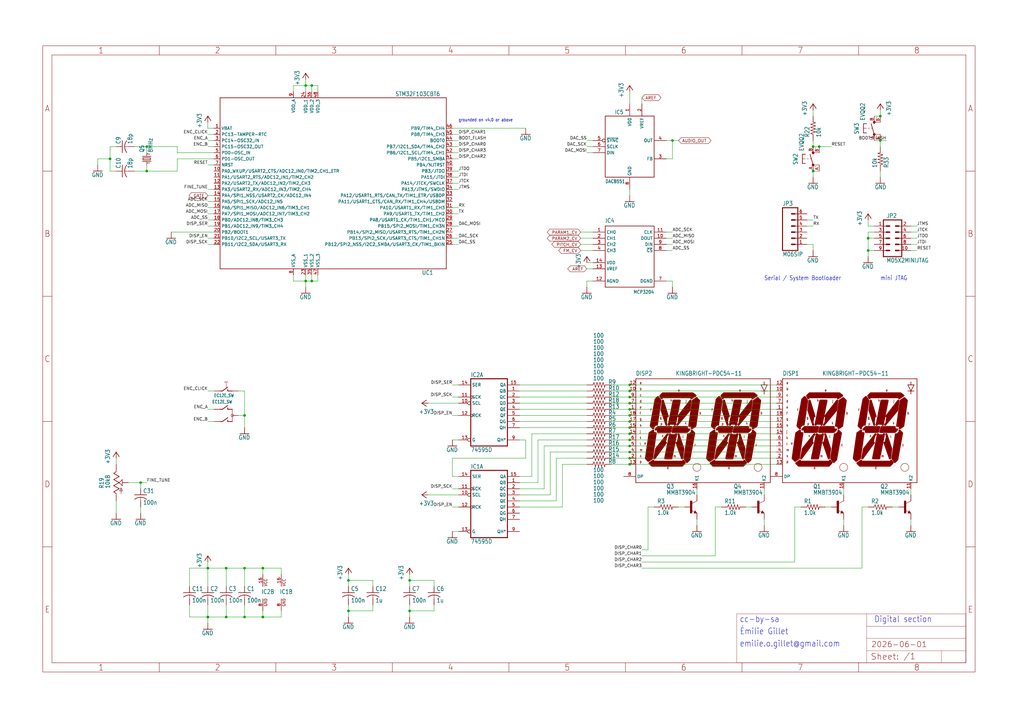
<source format=kicad_sch>
(kicad_sch (version 20231120) (generator "eeschema") (generator_version "8.0")
  (paper "User" 425.45 298.602)
  (lib_symbols
    (symbol "braids_v50COPY-eagle-import:+3V3" (power)
      (symbol "+3V3_1_0"
        (pin power_in line (at 0 -2.54 90) (length 2.54) (name "+3V3") (number "1"))
      )
    )
    (symbol "braids_v50COPY-eagle-import:-NPN-SOT23-BEC"
      (property "Reference" "T" (at -10.16 7.62 0))
      (symbol "-NPN-SOT23-BEC_1_0"
        (pin passive line (at -2.54 0 0) (length 2.54) (name "B") (number "B"))
        (pin passive line (at 2.54 5.08 270) (length 2.54) (name "C") (number "C"))
        (pin passive line (at 2.54 -5.08 90) (length 2.54) (name "E") (number "E"))
      )
    )
    (symbol "braids_v50COPY-eagle-import:74595D"
      (property "Reference" "IC" (at -0.635 -0.635 0))
      (symbol "74595D_1_0"
        (pin tri_state line (at 12.7 7.62 180) (length 5.08) (name "QB") (number "1"))
        (pin input inverted (at -12.7 2.54 0) (length 5.08) (name "SCL") (number "10"))
        (pin input clock (at -12.7 5.08 0) (length 5.08) (name "SCK") (number "11"))
        (pin input clock (at -12.7 -2.54 0) (length 5.08) (name "RCK") (number "12"))
        (pin input inverted (at -12.7 -12.7 0) (length 5.08) (name "G") (number "13"))
        (pin input line (at -12.7 10.16 0) (length 5.08) (name "SER") (number "14"))
        (pin tri_state line (at 12.7 10.16 180) (length 5.08) (name "QA") (number "15"))
        (pin tri_state line (at 12.7 5.08 180) (length 5.08) (name "QC") (number "2"))
        (pin tri_state line (at 12.7 2.54 180) (length 5.08) (name "QD") (number "3"))
        (pin tri_state line (at 12.7 0 180) (length 5.08) (name "QE") (number "4"))
        (pin tri_state line (at 12.7 -2.54 180) (length 5.08) (name "QF") (number "5"))
        (pin tri_state line (at 12.7 -5.08 180) (length 5.08) (name "QG") (number "6"))
        (pin tri_state line (at 12.7 -7.62 180) (length 5.08) (name "QH") (number "7"))
        (pin tri_state line (at 12.7 -12.7 180) (length 5.08) (name "QH*") (number "9"))
      )
      (symbol "74595D_2_0"
        (text "GND" (at 1.905 -5.842 900) (effects (font (size 1.27 1.0795)) (justify left bottom)))
        (text "VCC" (at 1.905 2.54 900) (effects (font (size 1.27 1.0795)) (justify left bottom)))
        (pin power_in line (at 0 7.62 270) (length 5.08) (name "VCC") (number "16"))
        (pin power_in line (at 0 -7.62 90) (length 5.08) (name "GND") (number "8"))
      )
    )
    (symbol "braids_v50COPY-eagle-import:A3L-LOC"
      (symbol "A3L-LOC_1_0"
        (text "${#}/${##}" (at 357.505 5.08 0) (effects (font (size 2.54 2.54)) (justify left bottom)))
        (text "${CURRENT_DATE}" (at 344.17 10.16 0) (effects (font (size 2.286 2.286)) (justify left bottom)))
        (text "${PROJECTNAME}" (at 344.17 15.24 0) (effects (font (size 2.54 2.54)) (justify left bottom)))
        (text "1" (at 24.2094 1.905 0) (effects (font (size 2.54 2.286))))
        (text "1" (at 24.2094 258.445 0) (effects (font (size 2.54 2.286))))
        (text "2" (at 72.6281 1.905 0) (effects (font (size 2.54 2.286))))
        (text "2" (at 72.6281 258.445 0) (effects (font (size 2.54 2.286))))
        (text "3" (at 121.0469 1.905 0) (effects (font (size 2.54 2.286))))
        (text "3" (at 121.0469 258.445 0) (effects (font (size 2.54 2.286))))
        (text "4" (at 169.4656 1.905 0) (effects (font (size 2.54 2.286))))
        (text "4" (at 169.4656 258.445 0) (effects (font (size 2.54 2.286))))
        (text "5" (at 217.8844 1.905 0) (effects (font (size 2.54 2.286))))
        (text "5" (at 217.8844 258.445 0) (effects (font (size 2.54 2.286))))
        (text "6" (at 266.3031 1.905 0) (effects (font (size 2.54 2.286))))
        (text "6" (at 266.3031 258.445 0) (effects (font (size 2.54 2.286))))
        (text "7" (at 314.7219 1.905 0) (effects (font (size 2.54 2.286))))
        (text "7" (at 314.7219 258.445 0) (effects (font (size 2.54 2.286))))
        (text "8" (at 363.1406 1.905 0) (effects (font (size 2.54 2.286))))
        (text "8" (at 363.1406 258.445 0) (effects (font (size 2.54 2.286))))
        (text "A" (at 1.905 234.315 0) (effects (font (size 2.54 2.286))))
        (text "A" (at 385.445 234.315 0) (effects (font (size 2.54 2.286))))
        (text "B" (at 1.905 182.245 0) (effects (font (size 2.54 2.286))))
        (text "B" (at 385.445 182.245 0) (effects (font (size 2.54 2.286))))
        (text "C" (at 1.905 130.175 0) (effects (font (size 2.54 2.286))))
        (text "C" (at 385.445 130.175 0) (effects (font (size 2.54 2.286))))
        (text "D" (at 1.905 78.105 0) (effects (font (size 2.54 2.286))))
        (text "D" (at 385.445 78.105 0) (effects (font (size 2.54 2.286))))
        (text "E" (at 1.905 26.035 0) (effects (font (size 2.54 2.286))))
        (text "E" (at 385.445 26.035 0) (effects (font (size 2.54 2.286))))
        (text "Sheet:" (at 343.916 4.953 0) (effects (font (size 2.54 2.54)) (justify left bottom)))
      )
    )
    (symbol "braids_v50COPY-eagle-import:C-USC0603"
      (property "Reference" "C" (at 1.016 0.635 0))
      (symbol "C-USC0603_1_0"
        (pin passive line (at 0 2.54 270) (length 2.54) (name "1") (number "1"))
        (pin passive line (at 0 -5.08 90) (length 2.54) (name "2") (number "2"))
      )
    )
    (symbol "braids_v50COPY-eagle-import:CRYSTALHC49UP"
      (property "Reference" "Q" (at 2.54 1.016 0))
      (symbol "CRYSTALHC49UP_1_0"
        (text "1" (at -2.159 -1.143 0) (effects (font (size 0.8636 0.734)) (justify left bottom)))
        (text "2" (at 1.524 -1.143 0) (effects (font (size 0.8636 0.734)) (justify left bottom)))
        (pin passive line (at -2.54 0 0) (length 0) (name "1") (number "1"))
        (pin passive line (at 2.54 0 180) (length 0) (name "2") (number "2"))
      )
    )
    (symbol "braids_v50COPY-eagle-import:DAC855X"
      (property "Reference" "IC" (at -2.54 15.24 0))
      (symbol "DAC855X_1_0"
        (pin power_in line (at 0 17.78 270) (length 5.08) (name "VDD") (number "1"))
        (pin power_in line (at 5.08 17.78 270) (length 5.08) (name "VREF") (number "2"))
        (pin input line (at 15.24 -5.08 180) (length 5.08) (name "FB") (number "3"))
        (pin output line (at 15.24 2.54 180) (length 5.08) (name "OUT") (number "4"))
        (pin bidirectional inverted (at -15.24 2.54 0) (length 5.08) (name "~{SYNC}") (number "5"))
        (pin bidirectional line (at -15.24 0 0) (length 5.08) (name "SCLK") (number "6"))
        (pin bidirectional line (at -15.24 -2.54 0) (length 5.08) (name "DIN") (number "7"))
        (pin power_in line (at 0 -17.78 90) (length 5.08) (name "GND") (number "8"))
      )
    )
    (symbol "braids_v50COPY-eagle-import:EC12E_SW"
      (symbol "EC12E_SW_1_0"
        (pin passive line (at -2.54 7.62 270) (length 2.54) (name "A") (number "A"))
        (pin passive line (at 2.54 7.62 270) (length 2.54) (name "B") (number "B"))
        (pin passive line (at 0 -2.54 90) (length 2.54) (name "C") (number "C"))
      )
      (symbol "EC12E_SW_2_0"
        (pin passive line (at 5.08 0 180) (length 2.54) (name "1") (number "D"))
        (pin passive line (at -5.08 0 0) (length 2.54) (name "2") (number "E"))
      )
      (symbol "EC12E_SW_3_0"
        (pin passive line (at 0 0 0) (length 0) (name "G") (number "GND1"))
      )
      (symbol "EC12E_SW_4_0"
        (pin passive line (at 0 0 0) (length 0) (name "G") (number "GND2"))
      )
    )
    (symbol "braids_v50COPY-eagle-import:EVQQ2"
      (symbol "EVQQ2_1_0"
        (pin passive line (at 0 -5.08 90) (length 2.54) (name "P") (number "A"))
        (pin passive line (at 2.54 -5.08 90) (length 2.54) (name "P1") (number "A'"))
        (pin passive line (at 0 5.08 270) (length 2.54) (name "S") (number "B"))
        (pin passive line (at 2.54 5.08 270) (length 2.54) (name "S1") (number "B'"))
      )
    )
    (symbol "braids_v50COPY-eagle-import:GND" (power)
      (symbol "GND_1_0"
        (pin power_in line (at 0 2.54 270) (length 2.54) (name "GND") (number "1"))
      )
    )
    (symbol "braids_v50COPY-eagle-import:KINGBRIGHT-PDC54-11"
      (symbol "KINGBRIGHT-PDC54-11_1_0"
        (text "a" (at -11.176 15.494 0) (effects (font (size 1.016 0.8636)) (justify left bottom)))
        (text "a" (at 4.699 12.446 0) (effects (font (size 1.016 0.8636)) (justify left bottom)))
        (text "a" (at 30.099 12.446 0) (effects (font (size 1.016 0.8636)) (justify left bottom)))
        (text "b" (at -11.176 12.954 0) (effects (font (size 1.016 0.8636)) (justify left bottom)))
        (text "b" (at 13.589 2.921 0) (effects (font (size 1.016 0.8636)) (justify left bottom)))
        (text "b" (at 38.989 2.921 0) (effects (font (size 1.016 0.8636)) (justify left bottom)))
        (text "c" (at -11.176 10.414 0) (effects (font (size 1.016 0.8636)) (justify left bottom)))
        (text "c" (at 11.557 -10.287 0) (effects (font (size 1.016 0.8636)) (justify left bottom)))
        (text "c" (at 36.957 -10.287 0) (effects (font (size 1.016 0.8636)) (justify left bottom)))
        (text "d" (at -11.176 7.874 0) (effects (font (size 1.016 0.8636)) (justify left bottom)))
        (text "d" (at 0.127 -19.812 0) (effects (font (size 1.016 0.8636)) (justify left bottom)))
        (text "d" (at 25.527 -19.812 0) (effects (font (size 1.016 0.8636)) (justify left bottom)))
        (text "e" (at -11.176 5.334 0) (effects (font (size 1.016 0.8636)) (justify left bottom)))
        (text "e" (at -9.271 -9.652 0) (effects (font (size 1.016 0.8636)) (justify left bottom)))
        (text "f" (at -11.176 2.794 0) (effects (font (size 1.016 0.8636)) (justify left bottom)))
        (text "f" (at -6.731 4.191 0) (effects (font (size 1.016 0.8636)) (justify left bottom)))
        (text "f" (at 18.669 4.191 0) (effects (font (size 1.016 0.8636)) (justify left bottom)))
        (text "g" (at -11.176 0.508 0) (effects (font (size 1.016 0.8636)) (justify left bottom)))
        (text "g" (at -2.794 1.016 0) (effects (font (size 1.016 0.8636)) (justify left bottom)))
        (text "g" (at 22.606 1.016 0) (effects (font (size 1.016 0.8636)) (justify left bottom)))
        (text "h" (at -11.176 -2.286 0) (effects (font (size 1.016 0.8636)) (justify left bottom)))
        (text "h" (at 1.524 8.128 0) (effects (font (size 1.016 0.8636)) (justify left bottom)))
        (text "h" (at 26.924 8.128 0) (effects (font (size 1.016 0.8636)) (justify left bottom)))
        (text "j" (at -11.176 -4.826 0) (effects (font (size 1.016 0.8636)) (justify left bottom)))
        (text "j" (at 7.874 7.874 0) (effects (font (size 1.016 0.8636)) (justify left bottom)))
        (text "j" (at 33.274 7.874 0) (effects (font (size 1.016 0.8636)) (justify left bottom)))
        (text "k" (at -11.176 -7.366 0) (effects (font (size 1.016 0.8636)) (justify left bottom)))
        (text "k" (at 7.62 -1.27 0) (effects (font (size 1.016 0.8636)) (justify left bottom)))
        (text "k" (at 33.02 -1.27 0) (effects (font (size 1.016 0.8636)) (justify left bottom)))
        (text "l" (at -11.176 -9.906 0) (effects (font (size 1.016 0.8636)) (justify left bottom)))
        (text "l" (at 6.604 -6.858 0) (effects (font (size 1.016 0.8636)) (justify left bottom)))
        (text "l" (at 32.004 -6.858 0) (effects (font (size 1.016 0.8636)) (justify left bottom)))
        (text "m" (at -11.176 -12.446 0) (effects (font (size 1.016 0.8636)) (justify left bottom)))
        (text "m" (at 2.794 -14.986 0) (effects (font (size 1.016 0.8636)) (justify left bottom)))
        (text "m" (at 28.194 -14.986 0) (effects (font (size 1.016 0.8636)) (justify left bottom)))
        (text "n" (at -11.176 -14.986 0) (effects (font (size 1.016 0.8636)) (justify left bottom)))
        (text "n" (at -2.032 -6.604 0) (effects (font (size 1.016 0.8636)) (justify left bottom)))
        (text "n" (at 23.368 -6.604 0) (effects (font (size 1.016 0.8636)) (justify left bottom)))
        (text "p" (at -11.176 -17.272 0) (effects (font (size 1.016 0.8636)) (justify left bottom)))
        (text "p" (at -2.54 -1.524 0) (effects (font (size 1.016 0.8636)) (justify left bottom)))
        (text "p" (at 22.86 -1.524 0) (effects (font (size 1.016 0.8636)) (justify left bottom)))
        (pin passive line (at -15.24 5.08 0) (length 2.54) (name "E") (number "1"))
        (pin passive line (at -15.24 12.7 0) (length 2.54) (name "B") (number "10"))
        (pin passive line (at 40.64 -27.94 90) (length 2.54) (name "K2") (number "11"))
        (pin passive line (at -15.24 15.24 0) (length 2.54) (name "A") (number "12"))
        (pin passive line (at -15.24 -17.78 0) (length 2.54) (name "P") (number "13"))
        (pin passive line (at -15.24 -5.08 0) (length 2.54) (name "J") (number "14"))
        (pin passive line (at -15.24 -2.54 0) (length 2.54) (name "H") (number "15"))
        (pin passive line (at 12.7 -27.94 90) (length 2.54) (name "K1") (number "16"))
        (pin passive line (at -15.24 0 0) (length 2.54) (name "G") (number "17"))
        (pin passive line (at -15.24 2.54 0) (length 2.54) (name "F") (number "18"))
        (pin passive line (at -15.24 -15.24 0) (length 2.54) (name "N") (number "2"))
        (pin passive line (at -15.24 -12.7 0) (length 2.54) (name "M") (number "4"))
        (pin passive line (at -15.24 -10.16 0) (length 2.54) (name "L") (number "5"))
        (pin passive line (at -15.24 -7.62 0) (length 2.54) (name "K") (number "6"))
        (pin passive line (at -15.24 7.62 0) (length 2.54) (name "D") (number "7"))
        (pin passive line (at -17.78 -22.86 0) (length 5.08) (name "DP") (number "8"))
        (pin passive line (at -15.24 10.16 0) (length 2.54) (name "C") (number "9"))
      )
    )
    (symbol "braids_v50COPY-eagle-import:M05X2MINIJTAG"
      (property "Reference" "JP" (at -2.54 8.382 0))
      (symbol "M05X2MINIJTAG_1_0"
        (pin passive line (at -7.62 5.08 0) (length 5.08) (name "1") (number "1"))
        (pin passive line (at 7.62 -5.08 180) (length 5.08) (name "10") (number "10"))
        (pin passive line (at 7.62 5.08 180) (length 5.08) (name "2") (number "2"))
        (pin passive line (at -7.62 2.54 0) (length 5.08) (name "3") (number "3"))
        (pin passive line (at 7.62 2.54 180) (length 5.08) (name "4") (number "4"))
        (pin passive line (at -7.62 0 0) (length 5.08) (name "5") (number "5"))
        (pin passive line (at 7.62 0 180) (length 5.08) (name "6") (number "6"))
        (pin passive line (at -7.62 -2.54 0) (length 5.08) (name "7") (number "7"))
        (pin passive line (at 7.62 -2.54 180) (length 5.08) (name "8") (number "8"))
        (pin passive line (at -7.62 -5.08 0) (length 5.08) (name "9") (number "9"))
      )
    )
    (symbol "braids_v50COPY-eagle-import:M06SIP"
      (property "Reference" "JP" (at -5.08 10.922 0))
      (symbol "M06SIP_1_0"
        (pin passive line (at 5.08 -5.08 180) (length 5.08) (name "1") (number "1"))
        (pin passive line (at 5.08 -2.54 180) (length 5.08) (name "2") (number "2"))
        (pin passive line (at 5.08 0 180) (length 5.08) (name "3") (number "3"))
        (pin passive line (at 5.08 2.54 180) (length 5.08) (name "4") (number "4"))
        (pin passive line (at 5.08 5.08 180) (length 5.08) (name "5") (number "5"))
        (pin passive line (at 5.08 7.62 180) (length 5.08) (name "6") (number "6"))
      )
    )
    (symbol "braids_v50COPY-eagle-import:MCP3302"
      (symbol "MCP3302_1_0"
        (pin bidirectional line (at -15.24 10.16 0) (length 5.08) (name "CH0") (number "1"))
        (pin bidirectional line (at 15.24 7.62 180) (length 5.08) (name "DOUT") (number "10"))
        (pin bidirectional line (at 15.24 10.16 180) (length 5.08) (name "CLK") (number "11"))
        (pin bidirectional line (at -15.24 -10.16 0) (length 5.08) (name "AGND") (number "12"))
        (pin bidirectional line (at -15.24 -5.08 0) (length 5.08) (name "VREF") (number "13"))
        (pin bidirectional line (at -15.24 -2.54 0) (length 5.08) (name "VDD") (number "14"))
        (pin bidirectional line (at -15.24 7.62 0) (length 5.08) (name "CH1") (number "2"))
        (pin bidirectional line (at -15.24 5.08 0) (length 5.08) (name "CH2") (number "3"))
        (pin bidirectional line (at -15.24 2.54 0) (length 5.08) (name "CH3") (number "4"))
        (pin bidirectional line (at 15.24 -10.16 180) (length 5.08) (name "DGND") (number "7"))
        (pin bidirectional line (at 15.24 2.54 180) (length 5.08) (name "~{CS}") (number "8"))
        (pin bidirectional line (at 15.24 5.08 180) (length 5.08) (name "DIN") (number "9"))
      )
    )
    (symbol "braids_v50COPY-eagle-import:POT_USVERTICAL_PS"
      (property "Reference" "R" (at -5.08 -2.54 90))
      (symbol "POT_USVERTICAL_PS_1_0"
        (pin passive line (at 0 7.62 270) (length 2.54) (name "E") (number "P$1"))
        (pin passive line (at 5.08 0 180) (length 2.54) (name "S") (number "P$2"))
        (pin passive line (at 0 -7.62 90) (length 2.54) (name "A") (number "P$3"))
      )
    )
    (symbol "braids_v50COPY-eagle-import:R-US_R0603"
      (property "Reference" "R" (at -3.81 1.4986 0))
      (symbol "R-US_R0603_1_0"
        (pin passive line (at -5.08 0 0) (length 2.54) (name "1") (number "1"))
        (pin passive line (at 5.08 0 180) (length 2.54) (name "2") (number "2"))
      )
    )
    (symbol "braids_v50COPY-eagle-import:STM32F103CB"
      (symbol "STM32F103CB_1_0"
        (pin power_in line (at -48.26 22.86 0) (length 2.54) (name "VBAT") (number "1"))
        (pin bidirectional line (at -48.26 5.08 0) (length 2.54) (name "PA0_WKUP/USART2_CTS/ADC12_IN0/TIM2_CH1_ETR") (number "10"))
        (pin bidirectional line (at -48.26 2.54 0) (length 2.54) (name "PA1/USART2_RTS/ADC12_IN1/TIM2_CH2") (number "11"))
        (pin bidirectional line (at -48.26 0 0) (length 2.54) (name "PA2/USART2_TX/ADC12_IN2/TIM2_CH3") (number "12"))
        (pin bidirectional line (at -48.26 -2.54 0) (length 2.54) (name "PA3/USART2_RX/ADC12_IN3/TIM2_CH4") (number "13"))
        (pin bidirectional line (at -48.26 -5.08 0) (length 2.54) (name "PA4/SPI1_NSS/USART2_CK/ADC12_IN4") (number "14"))
        (pin bidirectional line (at -48.26 -7.62 0) (length 2.54) (name "PA5/SPI1_SCK/ADC12_IN5") (number "15"))
        (pin bidirectional line (at -48.26 -10.16 0) (length 2.54) (name "PA6/SPI1_MISO/ADC12_IN6/TIM3_CH1") (number "16"))
        (pin bidirectional line (at -48.26 -12.7 0) (length 2.54) (name "PA7/SPI1_MOSI/ADC12_IN7/TIM3_CH2") (number "17"))
        (pin bidirectional line (at -48.26 -15.24 0) (length 2.54) (name "PB0/ADC12_IN8/TIM3_CH3") (number "18"))
        (pin bidirectional line (at -48.26 -17.78 0) (length 2.54) (name "PB1/ADC12_IN9/TIM3_CH4") (number "19"))
        (pin input line (at -48.26 20.32 0) (length 2.54) (name "PC13-TAMPER-RTC") (number "2"))
        (pin bidirectional line (at -48.26 -20.32 0) (length 2.54) (name "PB2/BOOT1") (number "20"))
        (pin input line (at -48.26 -22.86 0) (length 2.54) (name "PB10/I2C2_SCL/USART3_TX") (number "21"))
        (pin input line (at -48.26 -25.4 0) (length 2.54) (name "PB11/I2C2_SDA/USART3_RX") (number "22"))
        (pin power_in line (at -10.16 -38.1 90) (length 2.54) (name "VSS_1") (number "23"))
        (pin power_in line (at -10.16 38.1 270) (length 2.54) (name "VDD_1") (number "24"))
        (pin input line (at 50.8 -25.4 180) (length 2.54) (name "PB12/SPI2_NSS/I2C2_SMBA/USART3_CK/TIM1_BKIN") (number "25"))
        (pin input line (at 50.8 -22.86 180) (length 2.54) (name "PB13/SPI2_SCK/USART3_CTS/TIM1_CH1N") (number "26"))
        (pin input line (at 50.8 -20.32 180) (length 2.54) (name "PB14/SPI2_MISO/USART3_RTS/TIM1_CH2N") (number "27"))
        (pin input line (at 50.8 -17.78 180) (length 2.54) (name "PB15/SPI2_MOSI/TIM1_CH3N") (number "28"))
        (pin bidirectional line (at 50.8 -15.24 180) (length 2.54) (name "PA8/USART1_CK/TIM1_CH1/MCO") (number "29"))
        (pin input line (at -48.26 17.78 0) (length 2.54) (name "PC14-OSC32_IN") (number "3"))
        (pin input line (at 50.8 -12.7 180) (length 2.54) (name "PA9/USART1_TX/TIM1_CH2") (number "30"))
        (pin bidirectional line (at 50.8 -10.16 180) (length 2.54) (name "PA10/USART1_RX/TIM1_CH3") (number "31"))
        (pin bidirectional line (at 50.8 -7.62 180) (length 2.54) (name "PA11/USART1_CTS/CAN_RX/TIM1_CH4/USBDM") (number "32"))
        (pin bidirectional line (at 50.8 -5.08 180) (length 2.54) (name "PA12/USART1_RTS/CAN_TX/TIM1_ETR/USBDP") (number "33"))
        (pin bidirectional line (at 50.8 -2.54 180) (length 2.54) (name "PA13/JTMS/SWDIO") (number "34"))
        (pin power_in line (at -7.62 -38.1 90) (length 2.54) (name "VSS_2") (number "35"))
        (pin power_in line (at -7.62 38.1 270) (length 2.54) (name "VDD_2") (number "36"))
        (pin bidirectional line (at 50.8 0 180) (length 2.54) (name "PA14/JTCK/SWCLK") (number "37"))
        (pin bidirectional line (at 50.8 2.54 180) (length 2.54) (name "PA15/JTDI") (number "38"))
        (pin bidirectional line (at 50.8 5.08 180) (length 2.54) (name "PB3/JTDO") (number "39"))
        (pin input line (at -48.26 15.24 0) (length 2.54) (name "PC15-OSC32_OUT") (number "4"))
        (pin bidirectional line (at 50.8 7.62 180) (length 2.54) (name "PB4/NJTRST") (number "40"))
        (pin input line (at 50.8 10.16 180) (length 2.54) (name "PB5/I2C1_SMBA") (number "41"))
        (pin input line (at 50.8 12.7 180) (length 2.54) (name "PB6/I2C1_SCL/TIM4_CH1") (number "42"))
        (pin bidirectional line (at 50.8 15.24 180) (length 2.54) (name "PB7/I2C1_SDA/TIM4_CH2") (number "43"))
        (pin input line (at 50.8 17.78 180) (length 2.54) (name "BOOT0") (number "44"))
        (pin bidirectional line (at 50.8 20.32 180) (length 2.54) (name "PB8/TIM4_CH3") (number "45"))
        (pin input line (at 50.8 22.86 180) (length 2.54) (name "PB9/TIM4_CH4") (number "46"))
        (pin power_in line (at -5.08 -38.1 90) (length 2.54) (name "VSS_3") (number "47"))
        (pin power_in line (at -5.08 38.1 270) (length 2.54) (name "VDD_3") (number "48"))
        (pin input line (at -48.26 12.7 0) (length 2.54) (name "PD0-OSC_IN") (number "5"))
        (pin input line (at -48.26 10.16 0) (length 2.54) (name "PD1-OSC_OUT") (number "6"))
        (pin input line (at -48.26 7.62 0) (length 2.54) (name "NRST") (number "7"))
        (pin power_in line (at -15.24 -38.1 90) (length 2.54) (name "VSS_A") (number "8"))
        (pin power_in line (at -15.24 38.1 270) (length 2.54) (name "VDD_A") (number "9"))
      )
    )
  )
  (junction (at 127 35.56))
  (junction (at 45.72 66.04))
  (junction (at 261.62 182.88))
  (junction (at 261.62 177.8))
  (junction (at 261.62 187.96))
  (junction (at 365.76 58.42))
  (junction (at 261.62 172.72))
  (junction (at 93.98 256.54))
  (junction (at 261.62 175.26))
  (junction (at 261.62 162.56))
  (junction (at 261.62 167.64))
  (junction (at 101.6 236.22))
  (junction (at 86.36 236.22))
  (junction (at 279.4 58.42))
  (junction (at 144.78 241.3))
  (junction (at 360.68 99.06))
  (junction (at 109.22 236.22))
  (junction (at 144.78 254))
  (junction (at 129.54 116.84))
  (junction (at 109.22 256.54))
  (junction (at 340.36 60.96))
  (junction (at 360.68 104.14))
  (junction (at 58.42 200.66))
  (junction (at 60.96 71.12))
  (junction (at 86.36 256.54))
  (junction (at 261.62 190.5))
  (junction (at 365.76 48.26))
  (junction (at 261.62 185.42))
  (junction (at 337.82 71.12))
  (junction (at 129.54 35.56))
  (junction (at 261.62 193.04))
  (junction (at 261.62 180.34))
  (junction (at 170.18 241.3))
  (junction (at 261.62 170.18))
  (junction (at 337.82 60.96))
  (junction (at 170.18 254))
  (junction (at 101.6 256.54))
  (junction (at 127 116.84))
  (junction (at 101.6 172.72))
  (junction (at 93.98 236.22))
  (junction (at 60.96 60.96))
  (junction (at 261.62 160.02))
  (junction (at 261.62 165.1))
  (wire (pts (xy 322.58 185.42) (xy 261.62 185.42)) (stroke (width 0.1524)))
  (wire (pts (xy 378.46 101.6) (xy 381 101.6)) (stroke (width 0.1524)))
  (wire (pts (xy 231.14 190.5) (xy 243.84 190.5)) (stroke (width 0.1524)))
  (wire (pts (xy 363.22 99.06) (xy 360.68 99.06)) (stroke (width 0.1524)))
  (wire (pts (xy 88.9 63.5) (xy 73.66 63.5)) (stroke (width 0.1524)))
  (wire (pts (xy 116.84 236.22) (xy 109.22 236.22)) (stroke (width 0.1524)))
  (wire (pts (xy 266.7 236.22) (xy 358.14 236.22)) (stroke (width 0.1524)))
  (wire (pts (xy 45.72 66.04) (xy 45.72 71.12)) (stroke (width 0.1524)))
  (wire (pts (xy 144.78 238.76) (xy 144.78 241.3)) (stroke (width 0.1524)))
  (wire (pts (xy 86.36 236.22) (xy 93.98 236.22)) (stroke (width 0.1524)))
  (wire (pts (xy 88.9 162.56) (xy 86.36 162.56)) (stroke (width 0.1524)))
  (wire (pts (xy 86.36 236.22) (xy 86.36 233.68)) (stroke (width 0.1524)))
  (wire (pts (xy 246.38 99.06) (xy 241.3 99.06)) (stroke (width 0.1524)))
  (wire (pts (xy 127 116.84) (xy 129.54 116.84)) (stroke (width 0.1524)))
  (wire (pts (xy 261.62 182.88) (xy 322.58 182.88)) (stroke (width 0.1524)))
  (wire (pts (xy 276.86 99.06) (xy 279.4 99.06)) (stroke (width 0.1524)))
  (wire (pts (xy 187.96 71.12) (xy 190.5 71.12)) (stroke (width 0.1524)))
  (wire (pts (xy 88.9 96.52) (xy 71.12 96.52)) (stroke (width 0.1524)))
  (wire (pts (xy 269.24 228.6) (xy 269.24 210.82)) (stroke (width 0.1524)))
  (wire (pts (xy 246.38 116.84) (xy 243.84 116.84)) (stroke (width 0.1524)))
  (wire (pts (xy 360.68 96.52) (xy 360.68 99.06)) (stroke (width 0.1524)))
  (wire (pts (xy 246.38 60.96) (xy 243.84 60.96)) (stroke (width 0.1524)))
  (wire (pts (xy 144.78 241.3) (xy 154.94 241.3)) (stroke (width 0.1524)))
  (wire (pts (xy 261.62 78.74) (xy 261.62 81.28)) (stroke (width 0.1524)))
  (wire (pts (xy 322.58 170.18) (xy 261.62 170.18)) (stroke (width 0.1524)))
  (wire (pts (xy 223.52 182.88) (xy 243.84 182.88)) (stroke (width 0.1524)))
  (wire (pts (xy 378.46 93.98) (xy 381 93.98)) (stroke (width 0.1524)))
  (wire (pts (xy 187.96 160.02) (xy 190.5 160.02)) (stroke (width 0.1524)))
  (wire (pts (xy 276.86 101.6) (xy 279.4 101.6)) (stroke (width 0.1524)))
  (wire (pts (xy 246.38 101.6) (xy 241.3 101.6)) (stroke (width 0.1524)))
  (wire (pts (xy 190.5 198.12) (xy 187.96 198.12)) (stroke (width 0.1524)))
  (wire (pts (xy 55.88 71.12) (xy 60.96 71.12)) (stroke (width 0.1524)))
  (wire (pts (xy 215.9 165.1) (xy 243.84 165.1)) (stroke (width 0.1524)))
  (wire (pts (xy 187.96 60.96) (xy 190.5 60.96)) (stroke (width 0.1524)))
  (wire (pts (xy 254 162.56) (xy 261.62 162.56)) (stroke (width 0.1524)))
  (wire (pts (xy 317.5 205.74) (xy 317.5 203.2)) (stroke (width 0.1524)))
  (wire (pts (xy 337.82 58.42) (xy 337.82 60.96)) (stroke (width 0.1524)))
  (wire (pts (xy 170.18 243.84) (xy 170.18 241.3)) (stroke (width 0.1524)))
  (wire (pts (xy 86.36 251.46) (xy 86.36 256.54)) (stroke (width 0.1524)))
  (wire (pts (xy 53.34 200.66) (xy 58.42 200.66)) (stroke (width 0.1524)))
  (wire (pts (xy 279.4 58.42) (xy 281.94 58.42)) (stroke (width 0.1524)))
  (wire (pts (xy 363.22 104.14) (xy 360.68 104.14)) (stroke (width 0.1524)))
  (wire (pts (xy 78.74 256.54) (xy 86.36 256.54)) (stroke (width 0.1524)))
  (wire (pts (xy 60.96 71.12) (xy 73.66 71.12)) (stroke (width 0.1524)))
  (wire (pts (xy 254 190.5) (xy 261.62 190.5)) (stroke (width 0.1524)))
  (wire (pts (xy 261.62 162.56) (xy 322.58 162.56)) (stroke (width 0.1524)))
  (wire (pts (xy 170.18 241.3) (xy 180.34 241.3)) (stroke (width 0.1524)))
  (wire (pts (xy 190.5 220.98) (xy 187.96 220.98)) (stroke (width 0.1524)))
  (wire (pts (xy 73.66 60.96) (xy 60.96 60.96)) (stroke (width 0.1524)))
  (wire (pts (xy 261.62 172.72) (xy 322.58 172.72)) (stroke (width 0.1524)))
  (wire (pts (xy 365.76 60.96) (xy 365.76 58.42)) (stroke (width 0.1524)))
  (wire (pts (xy 127 116.84) (xy 127 119.38)) (stroke (width 0.1524)))
  (wire (pts (xy 144.78 241.3) (xy 144.78 243.84)) (stroke (width 0.1524)))
  (wire (pts (xy 40.64 66.04) (xy 40.64 68.58)) (stroke (width 0.1524)))
  (wire (pts (xy 55.88 60.96) (xy 60.96 60.96)) (stroke (width 0.1524)))
  (wire (pts (xy 322.58 180.34) (xy 261.62 180.34)) (stroke (width 0.1524)))
  (wire (pts (xy 363.22 96.52) (xy 360.68 96.52)) (stroke (width 0.1524)))
  (wire (pts (xy 99.06 162.56) (xy 101.6 162.56)) (stroke (width 0.1524)))
  (wire (pts (xy 121.92 114.3) (xy 121.92 116.84)) (stroke (width 0.1524)))
  (wire (pts (xy 228.6 205.74) (xy 228.6 187.96)) (stroke (width 0.1524)))
  (wire (pts (xy 88.9 81.28) (xy 86.36 81.28)) (stroke (width 0.1524)))
  (wire (pts (xy 187.96 58.42) (xy 190.5 58.42)) (stroke (width 0.1524)))
  (wire (pts (xy 220.98 180.34) (xy 243.84 180.34)) (stroke (width 0.1524)))
  (wire (pts (xy 254 167.64) (xy 261.62 167.64)) (stroke (width 0.1524)))
  (wire (pts (xy 254 172.72) (xy 261.62 172.72)) (stroke (width 0.1524)))
  (wire (pts (xy 365.76 71.12) (xy 365.76 73.66)) (stroke (width 0.1524)))
  (wire (pts (xy 378.46 99.06) (xy 381 99.06)) (stroke (width 0.1524)))
  (wire (pts (xy 88.9 88.9) (xy 86.36 88.9)) (stroke (width 0.1524)))
  (wire (pts (xy 121.92 35.56) (xy 127 35.56)) (stroke (width 0.1524)))
  (wire (pts (xy 261.62 167.64) (xy 322.58 167.64)) (stroke (width 0.1524)))
  (wire (pts (xy 88.9 55.88) (xy 86.36 55.88)) (stroke (width 0.1524)))
  (wire (pts (xy 215.9 162.56) (xy 243.84 162.56)) (stroke (width 0.1524)))
  (wire (pts (xy 358.14 236.22) (xy 358.14 210.82)) (stroke (width 0.1524)))
  (wire (pts (xy 101.6 256.54) (xy 109.22 256.54)) (stroke (width 0.1524)))
  (wire (pts (xy 187.96 73.66) (xy 190.5 73.66)) (stroke (width 0.1524)))
  (wire (pts (xy 218.44 182.88) (xy 215.9 182.88)) (stroke (width 0.1524)))
  (wire (pts (xy 127 33.02) (xy 127 35.56)) (stroke (width 0.1524)))
  (wire (pts (xy 86.36 53.34) (xy 86.36 50.8)) (stroke (width 0.1524)))
  (wire (pts (xy 127 35.56) (xy 129.54 35.56)) (stroke (width 0.1524)))
  (wire (pts (xy 88.9 101.6) (xy 86.36 101.6)) (stroke (width 0.1524)))
  (wire (pts (xy 322.58 160.02) (xy 261.62 160.02)) (stroke (width 0.1524)))
  (wire (pts (xy 86.36 243.84) (xy 86.36 236.22)) (stroke (width 0.1524)))
  (wire (pts (xy 350.52 218.44) (xy 350.52 215.9)) (stroke (width 0.1524)))
  (wire (pts (xy 279.4 58.42) (xy 276.86 58.42)) (stroke (width 0.1524)))
  (wire (pts (xy 180.34 241.3) (xy 180.34 243.84)) (stroke (width 0.1524)))
  (wire (pts (xy 45.72 66.04) (xy 40.64 66.04)) (stroke (width 0.1524)))
  (wire (pts (xy 187.96 53.34) (xy 218.44 53.34)) (stroke (width 0.1524)))
  (wire (pts (xy 60.96 60.96) (xy 60.96 63.5)) (stroke (width 0.1524)))
  (wire (pts (xy 243.84 116.84) (xy 243.84 119.38)) (stroke (width 0.1524)))
  (wire (pts (xy 45.72 60.96) (xy 45.72 66.04)) (stroke (width 0.1524)))
  (wire (pts (xy 226.06 185.42) (xy 243.84 185.42)) (stroke (width 0.1524)))
  (wire (pts (xy 116.84 256.54) (xy 116.84 254)) (stroke (width 0.1524)))
  (wire (pts (xy 337.82 60.96) (xy 340.36 60.96)) (stroke (width 0.1524)))
  (wire (pts (xy 187.96 172.72) (xy 190.5 172.72)) (stroke (width 0.1524)))
  (wire (pts (xy 187.96 203.2) (xy 190.5 203.2)) (stroke (width 0.1524)))
  (wire (pts (xy 266.7 233.68) (xy 330.2 233.68)) (stroke (width 0.1524)))
  (wire (pts (xy 187.96 86.36) (xy 190.5 86.36)) (stroke (width 0.1524)))
  (wire (pts (xy 129.54 114.3) (xy 129.54 116.84)) (stroke (width 0.1524)))
  (wire (pts (xy 101.6 172.72) (xy 101.6 177.8)) (stroke (width 0.1524)))
  (wire (pts (xy 266.7 43.18) (xy 266.7 40.64)) (stroke (width 0.1524)))
  (wire (pts (xy 48.26 208.28) (xy 48.26 213.36)) (stroke (width 0.1524)))
  (wire (pts (xy 254 170.18) (xy 261.62 170.18)) (stroke (width 0.1524)))
  (wire (pts (xy 365.76 45.72) (xy 365.76 48.26)) (stroke (width 0.1524)))
  (wire (pts (xy 88.9 99.06) (xy 86.36 99.06)) (stroke (width 0.1524)))
  (wire (pts (xy 335.28 91.44) (xy 337.82 91.44)) (stroke (width 0.1524)))
  (wire (pts (xy 215.9 203.2) (xy 226.06 203.2)) (stroke (width 0.1524)))
  (wire (pts (xy 322.58 175.26) (xy 261.62 175.26)) (stroke (width 0.1524)))
  (wire (pts (xy 99.06 172.72) (xy 101.6 172.72)) (stroke (width 0.1524)))
  (wire (pts (xy 88.9 91.44) (xy 86.36 91.44)) (stroke (width 0.1524)))
  (wire (pts (xy 231.14 208.28) (xy 231.14 190.5)) (stroke (width 0.1524)))
  (wire (pts (xy 254 160.02) (xy 261.62 160.02)) (stroke (width 0.1524)))
  (wire (pts (xy 261.62 190.5) (xy 322.58 190.5)) (stroke (width 0.1524)))
  (wire (pts (xy 246.38 111.76) (xy 243.84 111.76)) (stroke (width 0.1524)))
  (wire (pts (xy 93.98 256.54) (xy 101.6 256.54)) (stroke (width 0.1524)))
  (wire (pts (xy 170.18 254) (xy 170.18 256.54)) (stroke (width 0.1524)))
  (wire (pts (xy 337.82 45.72) (xy 337.82 48.26)) (stroke (width 0.1524)))
  (wire (pts (xy 223.52 200.66) (xy 223.52 182.88)) (stroke (width 0.1524)))
  (wire (pts (xy 279.4 66.04) (xy 279.4 58.42)) (stroke (width 0.1524)))
  (wire (pts (xy 88.9 170.18) (xy 86.36 170.18)) (stroke (width 0.1524)))
  (wire (pts (xy 58.42 200.66) (xy 60.96 200.66)) (stroke (width 0.1524)))
  (wire (pts (xy 360.68 99.06) (xy 360.68 104.14)) (stroke (width 0.1524)))
  (wire (pts (xy 276.86 104.14) (xy 279.4 104.14)) (stroke (width 0.1524)))
  (wire (pts (xy 109.22 256.54) (xy 109.22 254)) (stroke (width 0.1524)))
  (wire (pts (xy 360.68 104.14) (xy 360.68 106.68)) (stroke (width 0.1524)))
  (wire (pts (xy 215.9 210.82) (xy 233.68 210.82)) (stroke (width 0.1524)))
  (wire (pts (xy 129.54 38.1) (xy 129.54 35.56)) (stroke (width 0.1524)))
  (wire (pts (xy 317.5 218.44) (xy 317.5 215.9)) (stroke (width 0.1524)))
  (wire (pts (xy 187.96 210.82) (xy 190.5 210.82)) (stroke (width 0.1524)))
  (wire (pts (xy 215.9 177.8) (xy 243.84 177.8)) (stroke (width 0.1524)))
  (wire (pts (xy 121.92 38.1) (xy 121.92 35.56)) (stroke (width 0.1524)))
  (wire (pts (xy 279.4 116.84) (xy 279.4 119.38)) (stroke (width 0.1524)))
  (wire (pts (xy 342.9 210.82) (xy 345.44 210.82)) (stroke (width 0.1524)))
  (wire (pts (xy 88.9 93.98) (xy 86.36 93.98)) (stroke (width 0.1524)))
  (wire (pts (xy 226.06 203.2) (xy 226.06 185.42)) (stroke (width 0.1524)))
  (wire (pts (xy 93.98 236.22) (xy 101.6 236.22)) (stroke (width 0.1524)))
  (wire (pts (xy 246.38 58.42) (xy 243.84 58.42)) (stroke (width 0.1524)))
  (wire (pts (xy 58.42 203.2) (xy 58.42 200.66)) (stroke (width 0.1524)))
  (wire (pts (xy 276.86 116.84) (xy 279.4 116.84)) (stroke (width 0.1524)))
  (wire (pts (xy 378.46 96.52) (xy 381 96.52)) (stroke (width 0.1524)))
  (wire (pts (xy 322.58 193.04) (xy 261.62 193.04)) (stroke (width 0.1524)))
  (wire (pts (xy 254 165.1) (xy 261.62 165.1)) (stroke (width 0.1524)))
  (wire (pts (xy 129.54 116.84) (xy 132.08 116.84)) (stroke (width 0.1524)))
  (wire (pts (xy 170.18 254) (xy 180.34 254)) (stroke (width 0.1524)))
  (wire (pts (xy 363.22 48.26) (xy 365.76 48.26)) (stroke (width 0.1524)))
  (wire (pts (xy 337.82 71.12) (xy 337.82 73.66)) (stroke (width 0.1524)))
  (wire (pts (xy 370.84 210.82) (xy 373.38 210.82)) (stroke (width 0.1524)))
  (wire (pts (xy 109.22 256.54) (xy 116.84 256.54)) (stroke (width 0.1524)))
  (wire (pts (xy 281.94 210.82) (xy 284.48 210.82)) (stroke (width 0.1524)))
  (wire (pts (xy 254 177.8) (xy 261.62 177.8)) (stroke (width 0.1524)))
  (wire (pts (xy 45.72 71.12) (xy 48.26 71.12)) (stroke (width 0.1524)))
  (wire (pts (xy 78.74 251.46) (xy 78.74 256.54)) (stroke (width 0.1524)))
  (wire (pts (xy 132.08 35.56) (xy 132.08 38.1)) (stroke (width 0.1524)))
  (wire (pts (xy 187.96 88.9) (xy 190.5 88.9)) (stroke (width 0.1524)))
  (wire (pts (xy 254 180.34) (xy 261.62 180.34)) (stroke (width 0.1524)))
  (wire (pts (xy 289.56 218.44) (xy 289.56 215.9)) (stroke (width 0.1524)))
  (wire (pts (xy 246.38 104.14) (xy 241.3 104.14)) (stroke (width 0.1524)))
  (wire (pts (xy 88.9 58.42) (xy 86.36 58.42)) (stroke (width 0.1524)))
  (wire (pts (xy 215.9 208.28) (xy 231.14 208.28)) (stroke (width 0.1524)))
  (wire (pts (xy 276.86 66.04) (xy 279.4 66.04)) (stroke (width 0.1524)))
  (wire (pts (xy 88.9 53.34) (xy 86.36 53.34)) (stroke (width 0.1524)))
  (wire (pts (xy 127 114.3) (xy 127 116.84)) (stroke (width 0.1524)))
  (wire (pts (xy 154.94 254) (xy 154.94 251.46)) (stroke (width 0.1524)))
  (wire (pts (xy 88.9 175.26) (xy 86.36 175.26)) (stroke (width 0.1524)))
  (wire (pts (xy 93.98 256.54) (xy 93.98 251.46)) (stroke (width 0.1524)))
  (wire (pts (xy 254 182.88) (xy 261.62 182.88)) (stroke (width 0.1524)))
  (wire (pts (xy 101.6 236.22) (xy 109.22 236.22)) (stroke (width 0.1524)))
  (wire (pts (xy 276.86 96.52) (xy 279.4 96.52)) (stroke (width 0.1524)))
  (wire (pts (xy 254 175.26) (xy 261.62 175.26)) (stroke (width 0.1524)))
  (wire (pts (xy 88.9 68.58) (xy 86.36 68.58)) (stroke (width 0.1524)))
  (wire (pts (xy 170.18 241.3) (xy 170.18 238.76)) (stroke (width 0.1524)))
  (wire (pts (xy 187.96 63.5) (xy 190.5 63.5)) (stroke (width 0.1524)))
  (wire (pts (xy 154.94 241.3) (xy 154.94 243.84)) (stroke (width 0.1524)))
  (wire (pts (xy 60.96 71.12) (xy 60.96 68.58)) (stroke (width 0.1524)))
  (wire (pts (xy 378.46 218.44) (xy 378.46 215.9)) (stroke (width 0.1524)))
  (wire (pts (xy 215.9 198.12) (xy 220.98 198.12)) (stroke (width 0.1524)))
  (wire (pts (xy 297.18 210.82) (xy 299.72 210.82)) (stroke (width 0.1524)))
  (wire (pts (xy 190.5 167.64) (xy 177.8 167.64)) (stroke (width 0.1524)))
  (wire (pts (xy 335.28 93.98) (xy 337.82 93.98)) (stroke (width 0.1524)))
  (wire (pts (xy 233.68 193.04) (xy 243.84 193.04)) (stroke (width 0.1524)))
  (wire (pts (xy 215.9 160.02) (xy 243.84 160.02)) (stroke (width 0.1524)))
  (wire (pts (xy 266.7 228.6) (xy 269.24 228.6)) (stroke (width 0.1524)))
  (wire (pts (xy 88.9 83.82) (xy 86.36 83.82)) (stroke (width 0.1524)))
  (wire (pts (xy 289.56 205.74) (xy 289.56 203.2)) (stroke (width 0.1524)))
  (wire (pts (xy 309.88 210.82) (xy 312.42 210.82)) (stroke (width 0.1524)))
  (wire (pts (xy 215.9 175.26) (xy 243.84 175.26)) (stroke (width 0.1524)))
  (wire (pts (xy 88.9 60.96) (xy 86.36 60.96)) (stroke (width 0.1524)))
  (wire (pts (xy 350.52 205.74) (xy 350.52 203.2)) (stroke (width 0.1524)))
  (wire (pts (xy 187.96 55.88) (xy 190.5 55.88)) (stroke (width 0.1524)))
  (wire (pts (xy 101.6 251.46) (xy 101.6 256.54)) (stroke (width 0.1524)))
  (wire (pts (xy 93.98 236.22) (xy 93.98 243.84)) (stroke (width 0.1524)))
  (wire (pts (xy 254 193.04) (xy 261.62 193.04)) (stroke (width 0.1524)))
  (wire (pts (xy 360.68 93.98) (xy 360.68 91.44)) (stroke (width 0.1524)))
  (wire (pts (xy 129.54 35.56) (xy 132.08 35.56)) (stroke (width 0.1524)))
  (wire (pts (xy 78.74 243.84) (xy 78.74 236.22)) (stroke (width 0.1524)))
  (wire (pts (xy 215.9 200.66) (xy 223.52 200.66)) (stroke (width 0.1524)))
  (wire (pts (xy 337.82 71.12) (xy 340.36 71.12)) (stroke (width 0.1524)))
  (wire (pts (xy 365.76 58.42) (xy 368.3 58.42)) (stroke (width 0.1524)))
  (wire (pts (xy 322.58 187.96) (xy 261.62 187.96)) (stroke (width 0.1524)))
  (wire (pts (xy 144.78 254) (xy 144.78 256.54)) (stroke (width 0.1524)))
  (wire (pts (xy 215.9 170.18) (xy 243.84 170.18)) (stroke (width 0.1524)))
  (wire (pts (xy 261.62 43.18) (xy 261.62 38.1)) (stroke (width 0.1524)))
  (wire (pts (xy 246.38 109.22) (xy 243.84 109.22)) (stroke (width 0.1524)))
  (wire (pts (xy 187.96 190.5) (xy 218.44 190.5)) (stroke (width 0.1524)))
  (wire (pts (xy 243.84 63.5) (xy 246.38 63.5)) (stroke (width 0.1524)))
  (wire (pts (xy 378.46 104.14) (xy 381 104.14)) (stroke (width 0.1524)))
  (wire (pts (xy 363.22 58.42) (xy 365.76 58.42)) (stroke (width 0.1524)))
  (wire (pts (xy 48.26 60.96) (xy 45.72 60.96)) (stroke (width 0.1524)))
  (wire (pts (xy 218.44 190.5) (xy 218.44 182.88)) (stroke (width 0.1524)))
  (wire (pts (xy 86.36 256.54) (xy 93.98 256.54)) (stroke (width 0.1524)))
  (wire (pts (xy 190.5 182.88) (xy 187.96 182.88)) (stroke (width 0.1524)))
  (wire (pts (xy 228.6 187.96) (xy 243.84 187.96)) (stroke (width 0.1524)))
  (wire (pts (xy 58.42 210.82) (xy 58.42 213.36)) (stroke (width 0.1524)))
  (wire (pts (xy 215.9 172.72) (xy 243.84 172.72)) (stroke (width 0.1524)))
  (wire (pts (xy 215.9 205.74) (xy 228.6 205.74)) (stroke (width 0.1524)))
  (wire (pts (xy 340.36 60.96) (xy 345.44 60.96)) (stroke (width 0.1524)))
  (wire (pts (xy 73.66 66.04) (xy 88.9 66.04)) (stroke (width 0.1524)))
  (wire (pts (xy 121.92 116.84) (xy 127 116.84)) (stroke (width 0.1524)))
  (wire (pts (xy 190.5 205.74) (xy 177.8 205.74)) (stroke (width 0.1524)))
  (wire (pts (xy 330.2 210.82) (xy 332.74 210.82)) (stroke (width 0.1524)))
  (wire (pts (xy 101.6 162.56) (xy 101.6 172.72)) (stroke (width 0.1524)))
  (wire (pts (xy 254 187.96) (xy 261.62 187.96)) (stroke (width 0.1524)))
  (wire (pts (xy 220.98 198.12) (xy 220.98 180.34)) (stroke (width 0.1524)))
  (wire (pts (xy 358.14 210.82) (xy 360.68 210.82)) (stroke (width 0.1524)))
  (wire (pts (xy 86.36 256.54) (xy 86.36 259.08)) (stroke (width 0.1524)))
  (wire (pts (xy 187.96 93.98) (xy 190.5 93.98)) (stroke (width 0.1524)))
  (wire (pts (xy 254 185.42) (xy 261.62 185.42)) (stroke (width 0.1524)))
  (wire (pts (xy 88.9 86.36) (xy 86.36 86.36)) (stroke (width 0.1524)))
  (wire (pts (xy 48.26 193.04) (xy 48.26 190.5)) (stroke (width 0.1524)))
  (wire (pts (xy 233.68 210.82) (xy 233.68 193.04)) (stroke (width 0.1524)))
  (wire (pts (xy 266.7 231.14) (xy 297.18 231.14)) (stroke (width 0.1524)))
  (wire (pts (xy 78.74 236.22) (xy 86.36 236.22)) (stroke (width 0.1524)))
  (wire (pts (xy 187.96 78.74) (xy 190.5 78.74)) (stroke (width 0.1524)))
  (wire (pts (xy 215.9 167.64) (xy 243.84 167.64)) (stroke (width 0.1524)))
  (wire (pts (xy 378.46 205.74) (xy 378.46 203.2)) (stroke (width 0.1524)))
  (wire (pts (xy 297.18 231.14) (xy 297.18 210.82)) (stroke (width 0.1524)))
  (wire (pts (xy 187.96 165.1) (xy 190.5 165.1)) (stroke (width 0.1524)))
  (wire (pts (xy 132.08 114.3) (xy 132.08 116.84)) (stroke (width 0.1524)))
  (wire (pts (xy 330.2 233.68) (xy 330.2 210.82)) (stroke (width 0.1524)))
  (wire (pts (xy 187.96 66.04) (xy 190.5 66.04)) (stroke (width 0.1524)))
  (wire (pts (xy 187.96 76.2) (xy 190.5 76.2)) (stroke (width 0.1524)))
  (wire (pts (xy 144.78 251.46) (xy 144.78 254)) (stroke (width 0.1524)))
  (wire (pts (xy 337.82 101.6) (xy 337.82 104.14)) (stroke (width 0.1524)))
  (wire (pts (xy 190.5 99.06) (xy 187.96 99.06)) (stroke (width 0.1524)))
  (wire (pts (xy 170.18 251.46) (xy 170.18 254)) (stroke (width 0.1524)))
  (wire (pts (xy 335.28 101.6) (xy 337.82 101.6)) (stroke (width 0.1524)))
  (wire (pts (xy 127 38.1) (xy 127 35.56)) (stroke (width 0.1524)))
  (wire (pts (xy 144.78 254) (xy 154.94 254)) (stroke (width 0.1524)))
  (wire (pts (xy 116.84 236.22) (xy 116.84 238.76)) (stroke (width 0.1524)))
  (wire (pts (xy 246.38 96.52) (xy 241.3 96.52)) (stroke (width 0.1524)))
  (wire (pts (xy 187.96 101.6) (xy 190.5 101.6)) (stroke (width 0.1524)))
  (wire (pts (xy 73.66 71.12) (xy 73.66 66.04)) (stroke (width 0.1524)))
  (wire (pts (xy 261.62 177.8) (xy 322.58 177.8)) (stroke (width 0.1524)))
  (wire (pts (xy 269.24 210.82) (xy 271.78 210.82)) (stroke (width 0.1524)))
  (wire (pts (xy 322.58 165.1) (xy 261.62 165.1)) (stroke (width 0.1524)))
  (wire (pts (xy 187.96 198.12) (xy 187.96 190.5)) (stroke (width 0.1524)))
  (wire (pts (xy 88.9 78.74) (xy 86.36 78.74)) (stroke (width 0.1524)))
  (wire (pts (xy 180.34 254) (xy 180.34 251.46)) (stroke (width 0.1524)))
  (wire (pts (xy 363.22 93.98) (xy 360.68 93.98)) (stroke (width 0.1524)))
  (wire (pts (xy 109.22 236.22) (xy 109.22 238.76)) (stroke (width 0.1524)))
  (wire (pts (xy 73.66 63.5) (xy 73.66 60.96)) (stroke (width 0.1524)))
  (wire (pts (xy 101.6 243.84) (xy 101.6 236.22)) (stroke (width 0.1524)))
  (text "grounded on v4.0 or above" (at 190.5 50.8 0) (effects (font (size 1.27 1.0795)) (justify left bottom)))
  (text "cc-by-sa" (at 307.34 259.08 0) (effects (font (size 2.54 2.159)) (justify left bottom)))
  (text "mini JTAG" (at 365.76 116.84 0) (effects (font (size 1.778 1.5113)) (justify left bottom)))
  (text "Serial / System Bootloader" (at 317.5 116.84 0) (effects (font (size 1.778 1.5113)) (justify left bottom)))
  (text "Émilie Gillet" (at 307.34 264.16 0) (effects (font (size 2.54 2.159)) (justify left bottom)))
  (text "Digital section" (at 363.22 259.08 0) (effects (font (size 2.54 2.159)) (justify left bottom)))
  (text "emilie.o.gillet@gmail.com" (at 307.34 269.24 0) (effects (font (size 2.54 2.159)) (justify left bottom)))
  (label "DISP_SER" (at 187.96 160.02 180) (effects (font (size 1.2446 1.2446))))
  (label "RX" (at 190.5 86.36 0) (effects (font (size 1.2446 1.2446))))
  (label "DAC_MOSI" (at 190.5 93.98 0) (effects (font (size 1.2446 1.2446))))
  (label "RESET" (at 381 104.14 0) (effects (font (size 1.2446 1.2446))))
  (label "DISP_CHAR2" (at 190.5 66.04 0) (effects (font (size 1.2446 1.2446))))
  (label "ADC_MISO" (at 279.4 99.06 0) (effects (font (size 1.2446 1.2446))))
  (label "ENC_B" (at 86.36 60.96 180) (effects (font (size 1.2446 1.2446))))
  (label "TX" (at 190.5 88.9 0) (effects (font (size 1.2446 1.2446))))
  (label "ADC_MISO" (at 86.36 86.36 180) (effects (font (size 1.2446 1.2446))))
  (label "ENC_CLICK" (at 86.36 55.88 180) (effects (font (size 1.2446 1.2446))))
  (label "FINE_TUNE" (at 86.36 78.74 180) (effects (font (size 1.2446 1.2446))))
  (label "DISP_SCK" (at 187.96 165.1 180) (effects (font (size 1.2446 1.2446))))
  (label "DISP_CHAR1" (at 266.7 231.14 180) (effects (font (size 1.2446 1.2446))))
  (label "RESET" (at 345.44 60.96 0) (effects (font (size 1.2446 1.2446))))
  (label "ENC_A" (at 86.36 170.18 180) (effects (font (size 1.2446 1.2446))))
  (label "ADC_MOSI" (at 279.4 101.6 0) (effects (font (size 1.2446 1.2446))))
  (label "JTDI" (at 381 101.6 0) (effects (font (size 1.2446 1.2446))))
  (label "FINE_TUNE" (at 60.96 200.66 0) (effects (font (size 1.2446 1.2446))))
  (label "JTDO" (at 381 99.06 0) (effects (font (size 1.2446 1.2446))))
  (label "BOOT_FLASH" (at 190.5 58.42 0) (effects (font (size 1.2446 1.2446))))
  (label "DAC_MOSI" (at 243.84 63.5 180) (effects (font (size 1.2446 1.2446))))
  (label "ADC_SS" (at 86.36 91.44 180) (effects (font (size 1.2446 1.2446))))
  (label "JTCK" (at 381 96.52 0) (effects (font (size 1.2446 1.2446))))
  (label "RX" (at 337.82 93.98 0) (effects (font (size 1.2446 1.2446))))
  (label "ADC_MOSI" (at 86.36 88.9 180) (effects (font (size 1.2446 1.2446))))
  (label "ADC_SS" (at 279.4 104.14 0) (effects (font (size 1.2446 1.2446))))
  (label "JTMS" (at 381 93.98 0) (effects (font (size 1.2446 1.2446))))
  (label "DISP_CHAR3" (at 266.7 236.22 180) (effects (font (size 1.2446 1.2446))))
  (label "DISP_EN" (at 187.96 210.82 180) (effects (font (size 1.2446 1.2446))))
  (label "ENC_CLICK" (at 86.36 162.56 180) (effects (font (size 1.2446 1.2446))))
  (label "DISP_EN" (at 86.36 99.06 180) (effects (font (size 1.2446 1.2446))))
  (label "DISP_CHAR0" (at 190.5 60.96 0) (effects (font (size 1.2446 1.2446))))
  (label "DISP_CHAR3" (at 190.5 63.5 0) (effects (font (size 1.2446 1.2446))))
  (label "DAC_SS" (at 190.5 101.6 0) (effects (font (size 1.2446 1.2446))))
  (label "DAC_SCK" (at 190.5 99.06 0) (effects (font (size 1.2446 1.2446))))
  (label "DISP_CHAR1" (at 190.5 55.88 0) (effects (font (size 1.2446 1.2446))))
  (label "DISP_SCK" (at 187.96 203.2 180) (effects (font (size 1.2446 1.2446))))
  (label "ENC_A" (at 86.36 58.42 180) (effects (font (size 1.2446 1.2446))))
  (label "BOOT_FLASH" (at 368.3 58.42 180) (effects (font (size 1.2446 1.2446))))
  (label "DISP_CHAR0" (at 266.7 228.6 180) (effects (font (size 1.2446 1.2446))))
  (label "JTDO" (at 190.5 71.12 0) (effects (font (size 1.2446 1.2446))))
  (label "DAC_SCK" (at 243.84 60.96 180) (effects (font (size 1.2446 1.2446))))
  (label "JTDI" (at 190.5 73.66 0) (effects (font (size 1.2446 1.2446))))
  (label "JTCK" (at 190.5 76.2 0) (effects (font (size 1.2446 1.2446))))
  (label "DISP_CHAR2" (at 266.7 233.68 180) (effects (font (size 1.2446 1.2446))))
  (label "DISP_EN" (at 187.96 172.72 180) (effects (font (size 1.2446 1.2446))))
  (label "ADC_SCK" (at 279.4 96.52 0) (effects (font (size 1.2446 1.2446))))
  (label "TX" (at 337.82 91.44 0) (effects (font (size 1.2446 1.2446))))
  (label "JTMS" (at 190.5 78.74 0) (effects (font (size 1.2446 1.2446))))
  (label "DISP_SCK" (at 86.36 101.6 180) (effects (font (size 1.2446 1.2446))))
  (label "DAC_SS" (at 243.84 58.42 180) (effects (font (size 1.2446 1.2446))))
  (label "DISP_SER" (at 86.36 93.98 180) (effects (font (size 1.2446 1.2446))))
  (label "RESET" (at 86.36 68.58 180) (effects (font (size 1.2446 1.2446))))
  (label "ENC_B" (at 86.36 175.26 180) (effects (font (size 1.2446 1.2446))))
  (label "ADC_SCK" (at 86.36 83.82 180) (effects (font (size 1.2446 1.2446))))
  (global_label "PARAM1_CV" (shape bidirectional) (at 241.3 96.52 180) (effects (font (size 1.2446 1.2446))) (property "Intersheetrefs" "${INTERSHEET_REFS}" (effects (hide yes))))
  (global_label "PARAM2_CV" (shape bidirectional) (at 241.3 99.06 180) (effects (font (size 1.2446 1.2446))) (property "Intersheetrefs" "${INTERSHEET_REFS}" (effects (hide yes))))
  (global_label "AUDIO_OUT" (shape bidirectional) (at 281.94 58.42 0) (effects (font (size 1.2446 1.2446))) (property "Intersheetrefs" "${INTERSHEET_REFS}" (effects (hide yes))))
  (global_label "FM_CV" (shape bidirectional) (at 241.3 104.14 180) (effects (font (size 1.2446 1.2446))) (property "Intersheetrefs" "${INTERSHEET_REFS}" (effects (hide yes))))
  (global_label "AREF" (shape bidirectional) (at 243.84 111.76 180) (effects (font (size 1.2446 1.2446))) (property "Intersheetrefs" "${INTERSHEET_REFS}" (effects (hide yes))))
  (global_label "AREF" (shape bidirectional) (at 266.7 40.64 0) (effects (font (size 1.2446 1.2446))) (property "Intersheetrefs" "${INTERSHEET_REFS}" (effects (hide yes))))
  (global_label "GATE" (shape bidirectional) (at 86.36 81.28 180) (effects (font (size 1.2446 1.2446))) (property "Intersheetrefs" "${INTERSHEET_REFS}" (effects (hide yes))))
  (global_label "PITCH_CV" (shape bidirectional) (at 241.3 101.6 180) (effects (font (size 1.2446 1.2446))) (property "Intersheetrefs" "${INTERSHEET_REFS}" (effects (hide yes))))
  (symbol (lib_id "braids_v50COPY-eagle-import:-NPN-SOT23-BEC") (at 375.92 210.82 0) (unit 1)
    (property "Reference" "Q2" (at 365.76 203.2 0) (effects (font (size 1.778 1.5113)) (justify left bottom)))
    (property "Value" "MMBT3904" (at 365.76 205.74 0) (effects (font (size 1.778 1.5113)) (justify left bottom)))
    (property "Footprint" "braids_v50COPY:SOT23-BEC" (effects (hide yes)))
  )
  (symbol (lib_id "braids_v50COPY-eagle-import:+3V3") (at 261.62 35.56 0) (unit 1)
    (property "Reference" "#+3V13" (effects (hide yes)))
    (property "Value" "+3V3" (at 259.08 40.64 90) (effects (font (size 1.778 1.5113)) (justify left bottom)))
  )
  (symbol (lib_id "braids_v50COPY-eagle-import:R-US_R0603") (at 248.92 160.02 0) (unit 1)
    (property "Reference" "R9" (at 252.73 159.7914 0) (effects (font (size 1.778 1.5113)) (justify left bottom)))
    (property "Value" "100" (at 246.38 158.242 0) (effects (font (size 1.778 1.5113)) (justify left bottom)))
    (property "Footprint" "braids_v50COPY:R0603" (effects (hide yes)))
  )
  (symbol (lib_id "braids_v50COPY-eagle-import:R-US_R0603") (at 248.92 190.5 0) (unit 1)
    (property "Reference" "R14" (at 252.73 190.2714 0) (effects (font (size 1.778 1.5113)) (justify left bottom)))
    (property "Value" "100" (at 246.38 203.962 0) (effects (font (size 1.778 1.5113)) (justify left bottom)))
    (property "Footprint" "braids_v50COPY:R0603" (effects (hide yes)))
  )
  (symbol (lib_id "braids_v50COPY-eagle-import:GND") (at 127 121.92 0) (unit 1)
    (property "Reference" "#GND55" (effects (hide yes)))
    (property "Value" "GND" (at 124.46 124.46 0) (effects (font (size 1.778 1.5113)) (justify left bottom)))
  )
  (symbol (lib_id "braids_v50COPY-eagle-import:GND") (at 218.44 55.88 0) (unit 1)
    (property "Reference" "#GND28" (effects (hide yes)))
    (property "Value" "GND" (at 215.9 58.42 0) (effects (font (size 1.778 1.5113)) (justify left bottom)))
  )
  (symbol (lib_id "braids_v50COPY-eagle-import:C-USC0603") (at 101.6 246.38 0) (unit 1)
    (property "Reference" "C1" (at 102.616 245.745 0) (effects (font (size 1.778 1.5113)) (justify left bottom)))
    (property "Value" "100n" (at 102.616 250.571 0) (effects (font (size 1.778 1.5113)) (justify left bottom)))
    (property "Footprint" "braids_v50COPY:C0603" (effects (hide yes)))
  )
  (symbol (lib_id "braids_v50COPY-eagle-import:R-US_R0603") (at 248.92 165.1 0) (unit 1)
    (property "Reference" "R12" (at 252.73 164.8714 0) (effects (font (size 1.778 1.5113)) (justify left bottom)))
    (property "Value" "100" (at 246.38 145.542 0) (effects (font (size 1.778 1.5113)) (justify left bottom)))
    (property "Footprint" "braids_v50COPY:R0603" (effects (hide yes)))
  )
  (symbol (lib_id "braids_v50COPY-eagle-import:R-US_R0603") (at 248.92 162.56 0) (unit 1)
    (property "Reference" "R10" (at 252.73 162.3314 0) (effects (font (size 1.778 1.5113)) (justify left bottom)))
    (property "Value" "100" (at 246.38 155.702 0) (effects (font (size 1.778 1.5113)) (justify left bottom)))
    (property "Footprint" "braids_v50COPY:R0603" (effects (hide yes)))
  )
  (symbol (lib_id "braids_v50COPY-eagle-import:+3V3") (at 175.26 205.74 90) (unit 1)
    (property "Reference" "#+3V7" (effects (hide yes)))
    (property "Value" "+3V3" (at 180.34 208.28 90) (effects (font (size 1.778 1.5113)) (justify left bottom)))
  )
  (symbol (lib_id "braids_v50COPY-eagle-import:GND") (at 170.18 259.08 0) (unit 1)
    (property "Reference" "#GND66" (effects (hide yes)))
    (property "Value" "GND" (at 167.64 261.62 0) (effects (font (size 1.778 1.5113)) (justify left bottom)))
  )
  (symbol (lib_id "braids_v50COPY-eagle-import:+3V3") (at 144.78 236.22 0) (unit 1)
    (property "Reference" "#+3V9" (effects (hide yes)))
    (property "Value" "+3V3" (at 142.24 241.3 90) (effects (font (size 1.778 1.5113)) (justify left bottom)))
  )
  (symbol (lib_id "braids_v50COPY-eagle-import:R-US_R0603") (at 304.8 210.82 0) (unit 1)
    (property "Reference" "R11" (at 300.99 209.3214 0) (effects (font (size 1.778 1.5113)) (justify left bottom)))
    (property "Value" "1.0k" (at 300.99 214.122 0) (effects (font (size 1.778 1.5113)) (justify left bottom)))
    (property "Footprint" "braids_v50COPY:R0603" (effects (hide yes)))
  )
  (symbol (lib_id "braids_v50COPY-eagle-import:GND") (at 378.46 220.98 0) (unit 1)
    (property "Reference" "#GND6" (effects (hide yes)))
    (property "Value" "GND" (at 375.92 223.52 0) (effects (font (size 1.778 1.5113)) (justify left bottom)))
  )
  (symbol (lib_id "braids_v50COPY-eagle-import:EC12E_SW") (at 96.52 172.72 90) (unit 1)
    (property "Reference" "SW1" (effects (hide yes)))
    (property "Value" "EC12E_SW" (at 96.52 166.37 90) (effects (font (size 1.27 1.0795)) (justify left bottom)))
    (property "Footprint" "braids_v50COPY:ALPS_EC12E_SW" (effects (hide yes)))
  )
  (symbol (lib_id "braids_v50COPY-eagle-import:EVQQ2") (at 337.82 66.04 0) (unit 1)
    (property "Reference" "SW2" (at 331.47 68.58 90) (effects (font (size 1.778 1.5113)) (justify left bottom)))
    (property "Value" "EVQQ2" (at 334.01 62.865 90) (effects (font (size 1.778 1.5113)) (justify left bottom)))
    (property "Footprint" "braids_v50COPY:EVQ-Q2" (effects (hide yes)))
  )
  (symbol (lib_id "braids_v50COPY-eagle-import:R-US_R0603") (at 248.92 185.42 0) (unit 1)
    (property "Reference" "R16" (at 252.73 185.1914 0) (effects (font (size 1.778 1.5113)) (justify left bottom)))
    (property "Value" "100" (at 246.38 148.082 0) (effects (font (size 1.778 1.5113)) (justify left bottom)))
    (property "Footprint" "braids_v50COPY:R0603" (effects (hide yes)))
  )
  (symbol (lib_id "braids_v50COPY-eagle-import:KINGBRIGHT-PDC54-11") (at 276.86 175.26 0) (unit 1)
    (property "Reference" "DISP2" (at 264.16 156.21 0) (effects (font (size 1.778 1.5113)) (justify left bottom)))
    (property "Value" "KINGBRIGHT-PDC54-11" (at 280.67 156.21 0) (effects (font (size 1.778 1.5113)) (justify left bottom)))
    (property "Footprint" "braids_v50COPY:PDC54" (effects (hide yes)))
  )
  (symbol (lib_id "braids_v50COPY-eagle-import:GND") (at 337.82 106.68 0) (unit 1)
    (property "Reference" "#GND61" (effects (hide yes)))
    (property "Value" "GND" (at 335.28 109.22 0) (effects (font (size 1.778 1.5113)) (justify left bottom)))
  )
  (symbol (lib_id "braids_v50COPY-eagle-import:GND") (at 58.42 215.9 0) (unit 1)
    (property "Reference" "#GND30" (effects (hide yes)))
    (property "Value" "GND" (at 55.88 218.44 0) (effects (font (size 1.778 1.5113)) (justify left bottom)))
  )
  (symbol (lib_id "braids_v50COPY-eagle-import:+3V3") (at 243.84 106.68 0) (unit 1)
    (property "Reference" "#+3V15" (effects (hide yes)))
    (property "Value" "+3V3" (at 241.3 111.76 90) (effects (font (size 1.778 1.5113)) (justify left bottom)))
  )
  (symbol (lib_id "braids_v50COPY-eagle-import:M06SIP") (at 330.2 96.52 0) (unit 1)
    (property "Reference" "JP3" (at 325.12 85.598 0) (effects (font (size 1.778 1.5113)) (justify left bottom)))
    (property "Value" "M06SIP" (at 325.12 106.68 0) (effects (font (size 1.778 1.5113)) (justify left bottom)))
    (property "Footprint" "braids_v50COPY:1X06" (effects (hide yes)))
  )
  (symbol (lib_id "braids_v50COPY-eagle-import:R-US_R0603") (at 248.92 170.18 0) (unit 1)
    (property "Reference" "R13" (at 252.73 169.9514 0) (effects (font (size 1.778 1.5113)) (justify left bottom)))
    (property "Value" "100" (at 246.38 140.462 0) (effects (font (size 1.778 1.5113)) (justify left bottom)))
    (property "Footprint" "braids_v50COPY:R0603" (effects (hide yes)))
  )
  (symbol (lib_id "braids_v50COPY-eagle-import:R-US_R0603") (at 248.92 180.34 0) (unit 1)
    (property "Reference" "R7" (at 252.73 180.1114 0) (effects (font (size 1.778 1.5113)) (justify left bottom)))
    (property "Value" "100" (at 246.38 209.042 0) (effects (font (size 1.778 1.5113)) (justify left bottom)))
    (property "Footprint" "braids_v50COPY:R0603" (effects (hide yes)))
  )
  (symbol (lib_id "braids_v50COPY-eagle-import:+3V3") (at 48.26 187.96 0) (unit 1)
    (property "Reference" "#+3V18" (effects (hide yes)))
    (property "Value" "+3V3" (at 45.72 193.04 90) (effects (font (size 1.778 1.5113)) (justify left bottom)))
  )
  (symbol (lib_id "braids_v50COPY-eagle-import:C-USC0603") (at 180.34 246.38 0) (unit 1)
    (property "Reference" "C6" (at 181.356 245.745 0) (effects (font (size 1.778 1.5113)) (justify left bottom)))
    (property "Value" "1u" (at 181.356 250.571 0) (effects (font (size 1.778 1.5113)) (justify left bottom)))
    (property "Footprint" "braids_v50COPY:C0603" (effects (hide yes)))
  )
  (symbol (lib_id "braids_v50COPY-eagle-import:R-US_R0603") (at 276.86 210.82 0) (unit 1)
    (property "Reference" "R3" (at 273.05 209.3214 0) (effects (font (size 1.778 1.5113)) (justify left bottom)))
    (property "Value" "1.0k" (at 273.05 214.122 0) (effects (font (size 1.778 1.5113)) (justify left bottom)))
    (property "Footprint" "braids_v50COPY:R0603" (effects (hide yes)))
  )
  (symbol (lib_id "braids_v50COPY-eagle-import:R-US_R0603") (at 248.92 187.96 0) (unit 1)
    (property "Reference" "R15" (at 252.73 187.7314 0) (effects (font (size 1.778 1.5113)) (justify left bottom)))
    (property "Value" "100" (at 246.38 198.882 0) (effects (font (size 1.778 1.5113)) (justify left bottom)))
    (property "Footprint" "braids_v50COPY:R0603" (effects (hide yes)))
  )
  (symbol (lib_id "braids_v50COPY-eagle-import:GND") (at 337.82 76.2 0) (unit 1)
    (property "Reference" "#GND59" (effects (hide yes)))
    (property "Value" "GND" (at 335.28 78.74 0) (effects (font (size 1.778 1.5113)) (justify left bottom)))
  )
  (symbol (lib_id "braids_v50COPY-eagle-import:R-US_R0603") (at 248.92 167.64 0) (unit 1)
    (property "Reference" "R18" (at 252.73 167.4114 0) (effects (font (size 1.778 1.5113)) (justify left bottom)))
    (property "Value" "100" (at 246.38 143.002 0) (effects (font (size 1.778 1.5113)) (justify left bottom)))
    (property "Footprint" "braids_v50COPY:R0603" (effects (hide yes)))
  )
  (symbol (lib_id "braids_v50COPY-eagle-import:-NPN-SOT23-BEC") (at 347.98 210.82 0) (unit 1)
    (property "Reference" "Q1" (at 337.82 203.2 0) (effects (font (size 1.778 1.5113)) (justify left bottom)))
    (property "Value" "MMBT3904" (at 337.82 205.74 0) (effects (font (size 1.778 1.5113)) (justify left bottom)))
    (property "Footprint" "braids_v50COPY:SOT23-BEC" (effects (hide yes)))
  )
  (symbol (lib_id "braids_v50COPY-eagle-import:+3V3") (at 360.68 88.9 0) (unit 1)
    (property "Reference" "#+3V11" (effects (hide yes)))
    (property "Value" "+3V3" (at 358.14 93.98 90) (effects (font (size 1.778 1.5113)) (justify left bottom)))
  )
  (symbol (lib_id "braids_v50COPY-eagle-import:+3V3") (at 86.36 48.26 0) (unit 1)
    (property "Reference" "#+3V12" (effects (hide yes)))
    (property "Value" "+3V3" (at 83.82 53.34 90) (effects (font (size 1.778 1.5113)) (justify left bottom)))
  )
  (symbol (lib_id "braids_v50COPY-eagle-import:C-USC0603") (at 170.18 246.38 0) (unit 1)
    (property "Reference" "C7" (at 171.196 245.745 0) (effects (font (size 1.778 1.5113)) (justify left bottom)))
    (property "Value" "100n" (at 171.196 250.571 0) (effects (font (size 1.778 1.5113)) (justify left bottom)))
    (property "Footprint" "braids_v50COPY:C0603" (effects (hide yes)))
  )
  (symbol (lib_id "braids_v50COPY-eagle-import:+3V3") (at 127 30.48 0) (unit 1)
    (property "Reference" "#+3V2" (effects (hide yes)))
    (property "Value" "+3V3" (at 124.46 35.56 90) (effects (font (size 1.778 1.5113)) (justify left bottom)))
  )
  (symbol (lib_id "braids_v50COPY-eagle-import:GND") (at 279.4 121.92 0) (unit 1)
    (property "Reference" "#GND12" (effects (hide yes)))
    (property "Value" "GND" (at 276.86 124.46 0) (effects (font (size 1.778 1.5113)) (justify left bottom)))
  )
  (symbol (lib_id "braids_v50COPY-eagle-import:C-USC0603") (at 144.78 246.38 0) (unit 1)
    (property "Reference" "C5" (at 145.796 245.745 0) (effects (font (size 1.778 1.5113)) (justify left bottom)))
    (property "Value" "100n" (at 145.796 250.571 0) (effects (font (size 1.778 1.5113)) (justify left bottom)))
    (property "Footprint" "braids_v50COPY:C0603" (effects (hide yes)))
  )
  (symbol (lib_id "braids_v50COPY-eagle-import:R-US_R0603") (at 337.82 53.34 90) (unit 1)
    (property "Reference" "R22" (at 336.3214 57.15 0) (effects (font (size 1.778 1.5113)) (justify left bottom)))
    (property "Value" "10k" (at 341.122 57.15 0) (effects (font (size 1.778 1.5113)) (justify left bottom)))
    (property "Footprint" "braids_v50COPY:R0603" (effects (hide yes)))
  )
  (symbol (lib_id "braids_v50COPY-eagle-import:R-US_R0603") (at 248.92 175.26 0) (unit 1)
    (property "Reference" "R5" (at 252.73 175.0314 0) (effects (font (size 1.778 1.5113)) (justify left bottom)))
    (property "Value" "100" (at 246.38 153.162 0) (effects (font (size 1.778 1.5113)) (justify left bottom)))
    (property "Footprint" "braids_v50COPY:R0603" (effects (hide yes)))
  )
  (symbol (lib_id "braids_v50COPY-eagle-import:GND") (at 261.62 83.82 0) (unit 1)
    (property "Reference" "#GND10" (effects (hide yes)))
    (property "Value" "GND" (at 259.08 86.36 0) (effects (font (size 1.778 1.5113)) (justify left bottom)))
  )
  (symbol (lib_id "braids_v50COPY-eagle-import:STM32F103CB") (at 137.16 76.2 0) (unit 1)
    (property "Reference" "UC1" (at 175.26 114.3 0) (effects (font (size 1.778 1.5113)) (justify left bottom)))
    (property "Value" "STM32F103CBT6" (at 182.88 38.1 0) (effects (font (size 1.778 1.5113)) (justify right top)))
    (property "Footprint" "braids_v50COPY:LQFP48" (effects (hide yes)))
  )
  (symbol (lib_id "braids_v50COPY-eagle-import:C-USC0603") (at 58.42 205.74 0) (unit 1)
    (property "Reference" "C31" (at 59.436 205.105 0) (effects (font (size 1.778 1.5113)) (justify left bottom)))
    (property "Value" "100n" (at 59.436 209.931 0) (effects (font (size 1.778 1.5113)) (justify left bottom)))
    (property "Footprint" "braids_v50COPY:C0603" (effects (hide yes)))
  )
  (symbol (lib_id "braids_v50COPY-eagle-import:R-US_R0603") (at 365.76 66.04 270) (mirror x) (unit 1)
    (property "Reference" "R33" (at 367.2586 69.85 0) (effects (font (size 1.778 1.5113)) (justify left bottom)))
    (property "Value" "10k" (at 362.458 69.85 0) (effects (font (size 1.778 1.5113)) (justify left bottom)))
    (property "Footprint" "braids_v50COPY:R0603" (effects (hide yes)))
  )
  (symbol (lib_id "braids_v50COPY-eagle-import:-NPN-SOT23-BEC") (at 314.96 210.82 0) (unit 1)
    (property "Reference" "Q4" (at 304.8 203.2 0) (effects (font (size 1.778 1.5113)) (justify left bottom)))
    (property "Value" "MMBT3904" (at 304.8 205.74 0) (effects (font (size 1.778 1.5113)) (justify left bottom)))
    (property "Footprint" "braids_v50COPY:SOT23-BEC" (effects (hide yes)))
  )
  (symbol (lib_id "braids_v50COPY-eagle-import:C-USC0603") (at 50.8 60.96 90) (unit 1)
    (property "Reference" "C9" (at 50.165 59.944 0) (effects (font (size 1.778 1.5113)) (justify left bottom)))
    (property "Value" "18p" (at 54.991 59.944 0) (effects (font (size 1.778 1.5113)) (justify left bottom)))
    (property "Footprint" "braids_v50COPY:C0603" (effects (hide yes)))
  )
  (symbol (lib_id "braids_v50COPY-eagle-import:GND") (at 365.76 76.2 0) (mirror y) (unit 1)
    (property "Reference" "#GND58" (effects (hide yes)))
    (property "Value" "GND" (at 368.3 78.74 0) (effects (font (size 1.778 1.5113)) (justify left bottom)))
  )
  (symbol (lib_id "braids_v50COPY-eagle-import:R-US_R0603") (at 248.92 172.72 0) (unit 1)
    (property "Reference" "R4" (at 252.73 172.4914 0) (effects (font (size 1.778 1.5113)) (justify left bottom)))
    (property "Value" "100" (at 246.38 201.422 0) (effects (font (size 1.778 1.5113)) (justify left bottom)))
    (property "Footprint" "braids_v50COPY:R0603" (effects (hide yes)))
  )
  (symbol (lib_id "braids_v50COPY-eagle-import:EVQQ2") (at 363.22 53.34 0) (unit 1)
    (property "Reference" "SW3" (at 356.87 55.88 90) (effects (font (size 1.778 1.5113)) (justify left bottom)))
    (property "Value" "EVQQ2" (at 359.41 50.165 90) (effects (font (size 1.778 1.5113)) (justify left bottom)))
    (property "Footprint" "braids_v50COPY:EVQ-Q2" (effects (hide yes)))
  )
  (symbol (lib_id "braids_v50COPY-eagle-import:GND") (at 350.52 220.98 0) (unit 1)
    (property "Reference" "#GND5" (effects (hide yes)))
    (property "Value" "GND" (at 347.98 223.52 0) (effects (font (size 1.778 1.5113)) (justify left bottom)))
  )
  (symbol (lib_id "braids_v50COPY-eagle-import:GND") (at 40.64 71.12 0) (unit 1)
    (property "Reference" "#GND56" (effects (hide yes)))
    (property "Value" "GND" (at 38.1 73.66 0) (effects (font (size 1.778 1.5113)) (justify left bottom)))
  )
  (symbol (lib_id "braids_v50COPY-eagle-import:C-USC0603") (at 50.8 71.12 90) (unit 1)
    (property "Reference" "C10" (at 50.165 70.104 0) (effects (font (size 1.778 1.5113)) (justify left bottom)))
    (property "Value" "18p" (at 54.991 70.104 0) (effects (font (size 1.778 1.5113)) (justify left bottom)))
    (property "Footprint" "braids_v50COPY:C0603" (effects (hide yes)))
  )
  (symbol (lib_id "braids_v50COPY-eagle-import:GND") (at 101.6 180.34 0) (unit 1)
    (property "Reference" "#GND7" (effects (hide yes)))
    (property "Value" "GND" (at 99.06 182.88 0) (effects (font (size 1.778 1.5113)) (justify left bottom)))
  )
  (symbol (lib_id "braids_v50COPY-eagle-import:C-USC0603") (at 86.36 246.38 0) (unit 1)
    (property "Reference" "C2" (at 87.376 245.745 0) (effects (font (size 1.778 1.5113)) (justify left bottom)))
    (property "Value" "100n" (at 87.376 250.571 0) (effects (font (size 1.778 1.5113)) (justify left bottom)))
    (property "Footprint" "braids_v50COPY:C0603" (effects (hide yes)))
  )
  (symbol (lib_id "braids_v50COPY-eagle-import:GND") (at 71.12 99.06 0) (unit 1)
    (property "Reference" "#GND57" (effects (hide yes)))
    (property "Value" "GND" (at 68.58 101.6 0) (effects (font (size 1.778 1.5113)) (justify left bottom)))
  )
  (symbol (lib_id "braids_v50COPY-eagle-import:DAC855X") (at 261.62 60.96 0) (unit 1)
    (property "Reference" "IC5" (at 259.08 45.72 0) (effects (font (size 1.6764 1.4249)) (justify right top)))
    (property "Value" "DAC8551" (at 251.46 76.2 0) (effects (font (size 1.4224 1.209)) (justify left bottom)))
    (property "Footprint" "braids_v50COPY:MSOP-8" (effects (hide yes)))
  )
  (symbol (lib_id "braids_v50COPY-eagle-import:+3V3") (at 86.36 231.14 0) (unit 1)
    (property "Reference" "#+3V8" (effects (hide yes)))
    (property "Value" "+3V3" (at 83.82 236.22 90) (effects (font (size 1.778 1.5113)) (justify left bottom)))
  )
  (symbol (lib_id "braids_v50COPY-eagle-import:R-US_R0603") (at 365.76 210.82 0) (unit 1)
    (property "Reference" "R2" (at 361.95 209.3214 0) (effects (font (size 1.778 1.5113)) (justify left bottom)))
    (property "Value" "1.0k" (at 361.95 214.122 0) (effects (font (size 1.778 1.5113)) (justify left bottom)))
    (property "Footprint" "braids_v50COPY:R0603" (effects (hide yes)))
  )
  (symbol (lib_id "braids_v50COPY-eagle-import:GND") (at 144.78 259.08 0) (unit 1)
    (property "Reference" "#GND65" (effects (hide yes)))
    (property "Value" "GND" (at 142.24 261.62 0) (effects (font (size 1.778 1.5113)) (justify left bottom)))
  )
  (symbol (lib_id "braids_v50COPY-eagle-import:GND") (at 289.56 220.98 0) (unit 1)
    (property "Reference" "#GND3" (effects (hide yes)))
    (property "Value" "GND" (at 287.02 223.52 0) (effects (font (size 1.778 1.5113)) (justify left bottom)))
  )
  (symbol (lib_id "braids_v50COPY-eagle-import:GND") (at 187.96 185.42 0) (unit 1)
    (property "Reference" "#GND8" (effects (hide yes)))
    (property "Value" "GND" (at 185.42 187.96 0) (effects (font (size 1.778 1.5113)) (justify left bottom)))
  )
  (symbol (lib_id "braids_v50COPY-eagle-import:+3V3") (at 175.26 167.64 90) (unit 1)
    (property "Reference" "#+3V1" (effects (hide yes)))
    (property "Value" "+3V3" (at 180.34 170.18 90) (effects (font (size 1.778 1.5113)) (justify left bottom)))
  )
  (symbol (lib_id "braids_v50COPY-eagle-import:GND") (at 317.5 220.98 0) (unit 1)
    (property "Reference" "#GND4" (effects (hide yes)))
    (property "Value" "GND" (at 314.96 223.52 0) (effects (font (size 1.778 1.5113)) (justify left bottom)))
  )
  (symbol (lib_id "braids_v50COPY-eagle-import:C-USC0603") (at 78.74 246.38 0) (unit 1)
    (property "Reference" "C11" (at 79.756 245.745 0) (effects (font (size 1.778 1.5113)) (justify left bottom)))
    (property "Value" "100n" (at 79.756 250.571 0) (effects (font (size 1.778 1.5113)) (justify left bottom)))
    (property "Footprint" "braids_v50COPY:C0603" (effects (hide yes)))
  )
  (symbol (lib_id "braids_v50COPY-eagle-import:KINGBRIGHT-PDC54-11") (at 337.82 175.26 0) (unit 1)
    (property "Reference" "DISP1" (at 325.12 156.21 0) (effects (font (size 1.778 1.5113)) (justify left bottom)))
    (property "Value" "KINGBRIGHT-PDC54-11" (at 341.63 156.21 0) (effects (font (size 1.778 1.5113)) (justify left bottom)))
    (property "Footprint" "braids_v50COPY:PDC54" (effects (hide yes)))
  )
  (symbol (lib_id "braids_v50COPY-eagle-import:GND") (at 243.84 121.92 0) (unit 1)
    (property "Reference" "#GND11" (effects (hide yes)))
    (property "Value" "GND" (at 241.3 124.46 0) (effects (font (size 1.778 1.5113)) (justify left bottom)))
  )
  (symbol (lib_id "braids_v50COPY-eagle-import:POT_USVERTICAL_PS") (at 48.26 200.66 0) (unit 1)
    (property "Reference" "R19" (at 43.18 203.2 90) (effects (font (size 1.778 1.5113)) (justify left bottom)))
    (property "Value" "10kB" (at 45.72 203.2 90) (effects (font (size 1.778 1.5113)) (justify left bottom)))
    (property "Footprint" "braids_v50COPY:ALPS_POT_VERTICAL_PS" (effects (hide yes)))
  )
  (symbol (lib_id "braids_v50COPY-eagle-import:R-US_R0603") (at 337.82 210.82 0) (unit 1)
    (property "Reference" "R1" (at 334.01 209.3214 0) (effects (font (size 1.778 1.5113)) (justify left bottom)))
    (property "Value" "1.0k" (at 334.01 214.122 0) (effects (font (size 1.778 1.5113)) (justify left bottom)))
    (property "Footprint" "braids_v50COPY:R0603" (effects (hide yes)))
  )
  (symbol (lib_id "braids_v50COPY-eagle-import:+3V3") (at 365.76 43.18 0) (mirror y) (unit 1)
    (property "Reference" "#+3V3" (effects (hide yes)))
    (property "Value" "+3V3" (at 368.3 48.26 90) (effects (font (size 1.778 1.5113)) (justify left bottom)))
  )
  (symbol (lib_id "braids_v50COPY-eagle-import:CRYSTALHC49UP") (at 60.96 66.04 90) (unit 1)
    (property "Reference" "Q5" (at 59.944 63.5 0) (effects (font (size 1.778 1.5113)) (justify left bottom)))
    (property "Value" "8MHz" (at 63.5 63.5 0) (effects (font (size 1.778 1.5113)) (justify left bottom)))
    (property "Footprint" "braids_v50COPY:HC49UP" (effects (hide yes)))
  )
  (symbol (lib_id "braids_v50COPY-eagle-import:M05X2MINIJTAG") (at 370.84 99.06 0) (unit 1)
    (property "Reference" "JP2" (at 368.3 90.678 0) (effects (font (size 1.778 1.5113)) (justify left bottom)))
    (property "Value" "M05X2MINIJTAG" (at 368.3 109.22 0) (effects (font (size 1.778 1.5113)) (justify left bottom)))
    (property "Footprint" "braids_v50COPY:2X5-1.27" (effects (hide yes)))
  )
  (symbol (lib_id "braids_v50COPY-eagle-import:C-USC0603") (at 154.94 246.38 0) (unit 1)
    (property "Reference" "C12" (at 155.956 245.745 0) (effects (font (size 1.778 1.5113)) (justify left bottom)))
    (property "Value" "1u" (at 155.956 250.571 0) (effects (font (size 1.778 1.5113)) (justify left bottom)))
    (property "Footprint" "braids_v50COPY:C0603" (effects (hide yes)))
  )
  (symbol (lib_id "braids_v50COPY-eagle-import:74595D") (at 203.2 208.28 0) (unit 1)
    (property "Reference" "IC1" (at 195.58 194.945 0) (effects (font (size 1.778 1.5113)) (justify left bottom)))
    (property "Value" "74595D" (at 195.58 226.06 0) (effects (font (size 1.778 1.5113)) (justify left bottom)))
    (property "Footprint" "braids_v50COPY:SO16" (effects (hide yes)))
  )
  (symbol (lib_id "braids_v50COPY-eagle-import:74595D") (at 116.84 246.38 0) (unit 2)
    (property "Reference" "IC1" (at 116.205 247.015 0) (effects (font (size 1.778 1.5113)) (justify left bottom)))
    (property "Value" "74595D" (effects (hide yes)))
    (property "Footprint" "braids_v50COPY:SO16" (effects (hide yes)))
  )
  (symbol (lib_id "braids_v50COPY-eagle-import:GND") (at 187.96 223.52 0) (unit 1)
    (property "Reference" "#GND9" (effects (hide yes)))
    (property "Value" "GND" (at 185.42 226.06 0) (effects (font (size 1.778 1.5113)) (justify left bottom)))
  )
  (symbol (lib_id "braids_v50COPY-eagle-import:GND") (at 360.68 109.22 0) (unit 1)
    (property "Reference" "#GND67" (effects (hide yes)))
    (property "Value" "GND" (at 358.14 111.76 0) (effects (font (size 1.778 1.5113)) (justify left bottom)))
  )
  (symbol (lib_id "braids_v50COPY-eagle-import:EC12E_SW") (at 93.98 162.56 0) (unit 2)
    (property "Reference" "SW1" (effects (hide yes)))
    (property "Value" "EC12E_SW" (at 88.9 165.1 0) (effects (font (size 1.27 1.0795)) (justify left bottom)))
    (property "Footprint" "braids_v50COPY:ALPS_EC12E_SW" (effects (hide yes)))
  )
  (symbol (lib_id "braids_v50COPY-eagle-import:+3V3") (at 337.82 43.18 0) (unit 1)
    (property "Reference" "#+3V4" (effects (hide yes)))
    (property "Value" "+3V3" (at 335.28 48.26 90) (effects (font (size 1.778 1.5113)) (justify left bottom)))
  )
  (symbol (lib_id "braids_v50COPY-eagle-import:+3V3") (at 170.18 236.22 0) (unit 1)
    (property "Reference" "#+3V10" (effects (hide yes)))
    (property "Value" "+3V3" (at 167.64 241.3 90) (effects (font (size 1.778 1.5113)) (justify left bottom)))
  )
  (symbol (lib_id "braids_v50COPY-eagle-import:R-US_R0603") (at 248.92 177.8 0) (unit 1)
    (property "Reference" "R6" (at 252.73 177.5714 0) (effects (font (size 1.778 1.5113)) (justify left bottom)))
    (property "Value" "100" (at 246.38 150.622 0) (effects (font (size 1.778 1.5113)) (justify left bottom)))
    (property "Footprint" "braids_v50COPY:R0603" (effects (hide yes)))
  )
  (symbol (lib_id "braids_v50COPY-eagle-import:74595D") (at 109.22 246.38 0) (unit 2)
    (property "Reference" "IC2" (at 108.585 247.015 0) (effects (font (size 1.778 1.5113)) (justify left bottom)))
    (property "Value" "74595D" (effects (hide yes)))
    (property "Footprint" "braids_v50COPY:SO16" (effects (hide yes)))
  )
  (symbol (lib_id "braids_v50COPY-eagle-import:GND") (at 86.36 261.62 0) (unit 1)
    (property "Reference" "#GND64" (effects (hide yes)))
    (property "Value" "GND" (at 83.82 264.16 0) (effects (font (size 1.778 1.5113)) (justify left bottom)))
  )
  (symbol (lib_id "braids_v50COPY-eagle-import:C-USC0603") (at 93.98 246.38 0) (unit 1)
    (property "Reference" "C3" (at 94.996 245.745 0) (effects (font (size 1.778 1.5113)) (justify left bottom)))
    (property "Value" "100n" (at 94.996 250.571 0) (effects (font (size 1.778 1.5113)) (justify left bottom)))
    (property "Footprint" "braids_v50COPY:C0603" (effects (hide yes)))
  )
  (symbol (lib_id "braids_v50COPY-eagle-import:-NPN-SOT23-BEC") (at 287.02 210.82 0) (unit 1)
    (property "Reference" "Q3" (at 276.86 203.2 0) (effects (font (size 1.778 1.5113)) (justify left bottom)))
    (property "Value" "MMBT3904" (at 276.86 205.74 0) (effects (font (size 1.778 1.5113)) (justify left bottom)))
    (property "Footprint" "braids_v50COPY:SOT23-BEC" (effects (hide yes)))
  )
  (symbol (lib_id "braids_v50COPY-eagle-import:R-US_R0603") (at 248.92 193.04 0) (unit 1)
    (property "Reference" "R8" (at 252.73 192.8114 0) (effects (font (size 1.778 1.5113)) (justify left bottom)))
    (property "Value" "100" (at 246.38 196.342 0) (effects (font (size 1.778 1.5113)) (justify left bottom)))
    (property "Footprint" "braids_v50COPY:R0603" (effects (hide yes)))
  )
  (symbol (lib_id "braids_v50COPY-eagle-import:MCP3302") (at 261.62 106.68 0) (unit 1)
    (property "Reference" "IC4" (at 251.46 92.71 0) (effects (font (size 1.778 1.5113)) (justify left bottom)))
    (property "Value" "MCP3204" (at 271.78 120.65 0) (effects (font (size 1.4224 1.209)) (justify right top)))
    (property "Footprint" "braids_v50COPY:SO14" (effects (hide yes)))
  )
  (symbol (lib_id "braids_v50COPY-eagle-import:GND") (at 48.26 215.9 0) (unit 1)
    (property "Reference" "#GND16" (effects (hide yes)))
    (property "Value" "GND" (at 45.72 218.44 0) (effects (font (size 1.778 1.5113)) (justify left bottom)))
  )
  (symbol (lib_id "braids_v50COPY-eagle-import:R-US_R0603") (at 248.92 182.88 0) (unit 1)
    (property "Reference" "R17" (at 252.73 182.6514 0) (effects (font (size 1.778 1.5113)) (justify left bottom)))
    (property "Value" "100" (at 246.38 206.502 0) (effects (font (size 1.778 1.5113)) (justify left bottom)))
    (property "Footprint" "braids_v50COPY:R0603" (effects (hide yes)))
  )
  (symbol (lib_id "braids_v50COPY-eagle-import:74595D") (at 203.2 170.18 0) (unit 1)
    (property "Reference" "IC2" (at 195.58 156.845 0) (effects (font (size 1.778 1.5113)) (justify left bottom)))
    (property "Value" "74595D" (at 195.58 187.96 0) (effects (font (size 1.778 1.5113)) (justify left bottom)))
    (property "Footprint" "braids_v50COPY:SO16" (effects (hide yes)))
  )
  (symbol (lib_id "braids_v50COPY-eagle-import:A3L-LOC") (at 17.78 279.4 0) (unit 1)
    (property "Reference" "#FRAME1" (effects (hide yes)))
    (property "Value" "A3L-LOC" (effects (hide yes)))
  )
)
</source>
